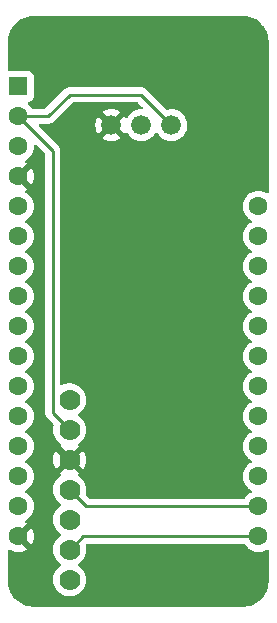
<source format=gbr>
%TF.GenerationSoftware,KiCad,Pcbnew,(6.0.0)*%
%TF.CreationDate,2022-01-23T09:20:33-05:00*%
%TF.ProjectId,Featherwing-bme680-als-PT19-breakout,46656174-6865-4727-9769-6e672d626d65,rev?*%
%TF.SameCoordinates,Original*%
%TF.FileFunction,Copper,L1,Top*%
%TF.FilePolarity,Positive*%
%FSLAX46Y46*%
G04 Gerber Fmt 4.6, Leading zero omitted, Abs format (unit mm)*
G04 Created by KiCad (PCBNEW (6.0.0)) date 2022-01-23 09:20:33*
%MOMM*%
%LPD*%
G01*
G04 APERTURE LIST*
%TA.AperFunction,ComponentPad*%
%ADD10C,1.778000*%
%TD*%
%TA.AperFunction,ComponentPad*%
%ADD11C,1.676400*%
%TD*%
%TA.AperFunction,ComponentPad*%
%ADD12R,1.600000X1.600000*%
%TD*%
%TA.AperFunction,ComponentPad*%
%ADD13C,1.600000*%
%TD*%
%TA.AperFunction,Conductor*%
%ADD14C,0.254000*%
%TD*%
G04 APERTURE END LIST*
D10*
%TO.P,J1,7,Pin_7*%
%TO.N,/CS*%
X132816600Y-131813300D03*
%TO.P,J1,6,Pin_6*%
%TO.N,/SDI{slash}SDA*%
X132816600Y-129273300D03*
%TO.P,J1,5,Pin_5*%
%TO.N,/SDO{slash}ADR*%
X132816600Y-126733300D03*
%TO.P,J1,4,Pin_4*%
%TO.N,/SCK{slash}SCL*%
X132816600Y-124193300D03*
%TO.P,J1,3,Pin_3*%
%TO.N,GND*%
X132816600Y-121653300D03*
%TO.P,J1,2,Pin_2*%
%TO.N,+3V3*%
X132816600Y-119113300D03*
%TO.P,J1,1,Pin_1*%
%TO.N,/VIN*%
X132816600Y-116573300D03*
%TD*%
D11*
%TO.P,J2,1,Pin_1*%
%TO.N,GND*%
X136347200Y-93319600D03*
%TO.P,J2,2,Pin_2*%
%TO.N,/OUT*%
X138887200Y-93319600D03*
%TO.P,J2,3,Pin_3*%
%TO.N,+3V3*%
X141427200Y-93319600D03*
%TD*%
D12*
%TO.P,A1,1,~{RESET}*%
%TO.N,/~RESET*%
X128473200Y-90043000D03*
D13*
%TO.P,A1,2,3V3*%
%TO.N,+3V3*%
X128473200Y-92583000D03*
%TO.P,A1,3,AREF*%
%TO.N,/AREF*%
X128473200Y-95123000D03*
%TO.P,A1,4,GND*%
%TO.N,GND*%
X128473200Y-97663000D03*
%TO.P,A1,5,DAC0/A0*%
%TO.N,/OUT*%
X128473200Y-100203000D03*
%TO.P,A1,6,A1*%
%TO.N,/A1*%
X128473200Y-102743000D03*
%TO.P,A1,7,A2*%
%TO.N,/A2*%
X128473200Y-105283000D03*
%TO.P,A1,8,A3*%
%TO.N,/A3*%
X128473200Y-107823000D03*
%TO.P,A1,9,A4*%
%TO.N,/A4*%
X128473200Y-110363000D03*
%TO.P,A1,10,A5*%
%TO.N,/A5*%
X128473200Y-112903000D03*
%TO.P,A1,11,SCK/D24*%
%TO.N,/SCK*%
X128473200Y-115443000D03*
%TO.P,A1,12,MOSI/D23*%
%TO.N,/MOSI*%
X128473200Y-117983000D03*
%TO.P,A1,13,MISO/D22*%
%TO.N,/MISO*%
X128473200Y-120523000D03*
%TO.P,A1,14,RX/D0*%
%TO.N,/RX{slash}D0*%
X128473200Y-123063000D03*
%TO.P,A1,15,TX/D1*%
%TO.N,/TX{slash}D1*%
X128473200Y-125603000D03*
%TO.P,A1,16,GND*%
%TO.N,GND*%
X128473200Y-128143000D03*
%TO.P,A1,17,SDA/D20*%
%TO.N,/SDI{slash}SDA*%
X148793200Y-128143000D03*
%TO.P,A1,18,SCL/D21*%
%TO.N,/SCK{slash}SCL*%
X148793200Y-125603000D03*
%TO.P,A1,19,D5*%
%TO.N,/D5*%
X148793200Y-123063000D03*
%TO.P,A1,20,D6*%
%TO.N,/D6*%
X148793200Y-120523000D03*
%TO.P,A1,21,D9*%
%TO.N,/D9*%
X148793200Y-117983000D03*
%TO.P,A1,22,D10*%
%TO.N,/D10*%
X148793200Y-115443000D03*
%TO.P,A1,23,D11*%
%TO.N,/D11*%
X148793200Y-112903000D03*
%TO.P,A1,24,D12*%
%TO.N,/D12*%
X148793200Y-110363000D03*
%TO.P,A1,25,D13*%
%TO.N,/D13*%
X148793200Y-107823000D03*
%TO.P,A1,26,USB*%
%TO.N,VBUS*%
X148793200Y-105283000D03*
%TO.P,A1,27,EN*%
%TO.N,/EN*%
X148793200Y-102743000D03*
%TO.P,A1,28,VBAT*%
%TO.N,+BATT*%
X148793200Y-100203000D03*
%TD*%
D14*
%TO.N,GND*%
X130276600Y-99466400D02*
X128473200Y-97663000D01*
X132816600Y-121653300D02*
X130327400Y-124142500D01*
X132816600Y-121653300D02*
X130276600Y-119113300D01*
X130276600Y-119113300D02*
X130276600Y-99466400D01*
X130327400Y-126288800D02*
X128473200Y-128143000D01*
X130327400Y-124142500D02*
X130327400Y-126288800D01*
%TO.N,+3V3*%
X131368800Y-95478600D02*
X128473200Y-92583000D01*
X132816600Y-90754200D02*
X130987800Y-92583000D01*
X132816600Y-119113300D02*
X131368800Y-117665500D01*
X138861800Y-90754200D02*
X132816600Y-90754200D01*
X130987800Y-92583000D02*
X128473200Y-92583000D01*
X131368800Y-117665500D02*
X131368800Y-95478600D01*
X141427200Y-93319600D02*
X138861800Y-90754200D01*
%TO.N,/SCK{slash}SCL*%
X132816600Y-124193300D02*
X134226300Y-125603000D01*
X134226300Y-125603000D02*
X148793200Y-125603000D01*
%TO.N,/SDI{slash}SDA*%
X133946900Y-128143000D02*
X148793200Y-128143000D01*
X132816600Y-129273300D02*
X133946900Y-128143000D01*
%TD*%
%TA.AperFunction,Conductor*%
%TO.N,GND*%
G36*
X147493257Y-84092500D02*
G01*
X147508058Y-84094805D01*
X147508061Y-84094805D01*
X147516930Y-84096186D01*
X147533199Y-84094059D01*
X147557767Y-84093266D01*
X147794544Y-84108785D01*
X147810885Y-84110936D01*
X148069494Y-84162377D01*
X148085413Y-84166643D01*
X148335083Y-84251394D01*
X148350311Y-84257701D01*
X148586796Y-84374323D01*
X148601069Y-84382564D01*
X148820302Y-84529050D01*
X148833377Y-84539083D01*
X149031621Y-84712938D01*
X149043262Y-84724579D01*
X149217117Y-84922823D01*
X149227150Y-84935898D01*
X149373636Y-85155131D01*
X149381877Y-85169404D01*
X149498499Y-85405889D01*
X149504806Y-85421117D01*
X149589557Y-85670787D01*
X149593823Y-85686706D01*
X149645264Y-85945315D01*
X149647415Y-85961657D01*
X149662464Y-86191269D01*
X149661439Y-86214304D01*
X149661396Y-86217854D01*
X149660014Y-86226730D01*
X149661838Y-86240678D01*
X149664136Y-86258251D01*
X149665200Y-86274589D01*
X149665200Y-98974154D01*
X149645198Y-99042275D01*
X149591542Y-99088768D01*
X149521268Y-99098872D01*
X149466930Y-99077367D01*
X149449949Y-99065477D01*
X149444967Y-99063154D01*
X149444962Y-99063151D01*
X149247425Y-98971039D01*
X149247424Y-98971039D01*
X149242443Y-98968716D01*
X149237135Y-98967294D01*
X149237133Y-98967293D01*
X149026602Y-98910881D01*
X149026600Y-98910881D01*
X149021287Y-98909457D01*
X148793200Y-98889502D01*
X148565113Y-98909457D01*
X148559800Y-98910881D01*
X148559798Y-98910881D01*
X148349267Y-98967293D01*
X148349265Y-98967294D01*
X148343957Y-98968716D01*
X148338976Y-98971039D01*
X148338975Y-98971039D01*
X148141438Y-99063151D01*
X148141433Y-99063154D01*
X148136451Y-99065477D01*
X148087069Y-99100055D01*
X147953411Y-99193643D01*
X147953408Y-99193645D01*
X147948900Y-99196802D01*
X147787002Y-99358700D01*
X147655677Y-99546251D01*
X147653354Y-99551233D01*
X147653351Y-99551238D01*
X147561239Y-99748775D01*
X147558916Y-99753757D01*
X147499657Y-99974913D01*
X147479702Y-100203000D01*
X147499657Y-100431087D01*
X147558916Y-100652243D01*
X147561239Y-100657224D01*
X147561239Y-100657225D01*
X147653351Y-100854762D01*
X147653354Y-100854767D01*
X147655677Y-100859749D01*
X147787002Y-101047300D01*
X147948900Y-101209198D01*
X147953408Y-101212355D01*
X147953411Y-101212357D01*
X148031589Y-101267098D01*
X148136451Y-101340523D01*
X148141433Y-101342846D01*
X148141438Y-101342849D01*
X148175657Y-101358805D01*
X148228942Y-101405722D01*
X148248403Y-101473999D01*
X148227861Y-101541959D01*
X148175657Y-101587195D01*
X148141438Y-101603151D01*
X148141433Y-101603154D01*
X148136451Y-101605477D01*
X148087069Y-101640055D01*
X147953411Y-101733643D01*
X147953408Y-101733645D01*
X147948900Y-101736802D01*
X147787002Y-101898700D01*
X147655677Y-102086251D01*
X147653354Y-102091233D01*
X147653351Y-102091238D01*
X147561239Y-102288775D01*
X147558916Y-102293757D01*
X147499657Y-102514913D01*
X147479702Y-102743000D01*
X147499657Y-102971087D01*
X147558916Y-103192243D01*
X147561239Y-103197224D01*
X147561239Y-103197225D01*
X147653351Y-103394762D01*
X147653354Y-103394767D01*
X147655677Y-103399749D01*
X147787002Y-103587300D01*
X147948900Y-103749198D01*
X147953408Y-103752355D01*
X147953411Y-103752357D01*
X148031589Y-103807098D01*
X148136451Y-103880523D01*
X148141433Y-103882846D01*
X148141438Y-103882849D01*
X148175657Y-103898805D01*
X148228942Y-103945722D01*
X148248403Y-104013999D01*
X148227861Y-104081959D01*
X148175657Y-104127195D01*
X148141438Y-104143151D01*
X148141433Y-104143154D01*
X148136451Y-104145477D01*
X148087069Y-104180055D01*
X147953411Y-104273643D01*
X147953408Y-104273645D01*
X147948900Y-104276802D01*
X147787002Y-104438700D01*
X147655677Y-104626251D01*
X147653354Y-104631233D01*
X147653351Y-104631238D01*
X147561239Y-104828775D01*
X147558916Y-104833757D01*
X147499657Y-105054913D01*
X147479702Y-105283000D01*
X147499657Y-105511087D01*
X147558916Y-105732243D01*
X147561239Y-105737224D01*
X147561239Y-105737225D01*
X147653351Y-105934762D01*
X147653354Y-105934767D01*
X147655677Y-105939749D01*
X147787002Y-106127300D01*
X147948900Y-106289198D01*
X147953408Y-106292355D01*
X147953411Y-106292357D01*
X148031589Y-106347098D01*
X148136451Y-106420523D01*
X148141433Y-106422846D01*
X148141438Y-106422849D01*
X148175657Y-106438805D01*
X148228942Y-106485722D01*
X148248403Y-106553999D01*
X148227861Y-106621959D01*
X148175657Y-106667195D01*
X148141438Y-106683151D01*
X148141433Y-106683154D01*
X148136451Y-106685477D01*
X148087069Y-106720055D01*
X147953411Y-106813643D01*
X147953408Y-106813645D01*
X147948900Y-106816802D01*
X147787002Y-106978700D01*
X147655677Y-107166251D01*
X147653354Y-107171233D01*
X147653351Y-107171238D01*
X147561239Y-107368775D01*
X147558916Y-107373757D01*
X147499657Y-107594913D01*
X147479702Y-107823000D01*
X147499657Y-108051087D01*
X147558916Y-108272243D01*
X147561239Y-108277224D01*
X147561239Y-108277225D01*
X147653351Y-108474762D01*
X147653354Y-108474767D01*
X147655677Y-108479749D01*
X147787002Y-108667300D01*
X147948900Y-108829198D01*
X147953408Y-108832355D01*
X147953411Y-108832357D01*
X148031589Y-108887098D01*
X148136451Y-108960523D01*
X148141433Y-108962846D01*
X148141438Y-108962849D01*
X148175657Y-108978805D01*
X148228942Y-109025722D01*
X148248403Y-109093999D01*
X148227861Y-109161959D01*
X148175657Y-109207195D01*
X148141438Y-109223151D01*
X148141433Y-109223154D01*
X148136451Y-109225477D01*
X148087069Y-109260055D01*
X147953411Y-109353643D01*
X147953408Y-109353645D01*
X147948900Y-109356802D01*
X147787002Y-109518700D01*
X147655677Y-109706251D01*
X147653354Y-109711233D01*
X147653351Y-109711238D01*
X147561239Y-109908775D01*
X147558916Y-109913757D01*
X147499657Y-110134913D01*
X147479702Y-110363000D01*
X147499657Y-110591087D01*
X147558916Y-110812243D01*
X147561239Y-110817224D01*
X147561239Y-110817225D01*
X147653351Y-111014762D01*
X147653354Y-111014767D01*
X147655677Y-111019749D01*
X147787002Y-111207300D01*
X147948900Y-111369198D01*
X147953408Y-111372355D01*
X147953411Y-111372357D01*
X148031589Y-111427098D01*
X148136451Y-111500523D01*
X148141433Y-111502846D01*
X148141438Y-111502849D01*
X148175657Y-111518805D01*
X148228942Y-111565722D01*
X148248403Y-111633999D01*
X148227861Y-111701959D01*
X148175657Y-111747195D01*
X148141438Y-111763151D01*
X148141433Y-111763154D01*
X148136451Y-111765477D01*
X148087069Y-111800055D01*
X147953411Y-111893643D01*
X147953408Y-111893645D01*
X147948900Y-111896802D01*
X147787002Y-112058700D01*
X147655677Y-112246251D01*
X147653354Y-112251233D01*
X147653351Y-112251238D01*
X147561239Y-112448775D01*
X147558916Y-112453757D01*
X147499657Y-112674913D01*
X147479702Y-112903000D01*
X147499657Y-113131087D01*
X147558916Y-113352243D01*
X147561239Y-113357224D01*
X147561239Y-113357225D01*
X147653351Y-113554762D01*
X147653354Y-113554767D01*
X147655677Y-113559749D01*
X147787002Y-113747300D01*
X147948900Y-113909198D01*
X147953408Y-113912355D01*
X147953411Y-113912357D01*
X148031589Y-113967098D01*
X148136451Y-114040523D01*
X148141433Y-114042846D01*
X148141438Y-114042849D01*
X148175657Y-114058805D01*
X148228942Y-114105722D01*
X148248403Y-114173999D01*
X148227861Y-114241959D01*
X148175657Y-114287195D01*
X148141438Y-114303151D01*
X148141433Y-114303154D01*
X148136451Y-114305477D01*
X148087069Y-114340055D01*
X147953411Y-114433643D01*
X147953408Y-114433645D01*
X147948900Y-114436802D01*
X147787002Y-114598700D01*
X147655677Y-114786251D01*
X147653354Y-114791233D01*
X147653351Y-114791238D01*
X147561239Y-114988775D01*
X147558916Y-114993757D01*
X147557494Y-114999065D01*
X147557493Y-114999067D01*
X147501081Y-115209598D01*
X147499657Y-115214913D01*
X147479702Y-115443000D01*
X147499657Y-115671087D01*
X147558916Y-115892243D01*
X147561239Y-115897224D01*
X147561239Y-115897225D01*
X147653351Y-116094762D01*
X147653354Y-116094767D01*
X147655677Y-116099749D01*
X147787002Y-116287300D01*
X147948900Y-116449198D01*
X147953408Y-116452355D01*
X147953411Y-116452357D01*
X148031589Y-116507098D01*
X148136451Y-116580523D01*
X148141433Y-116582846D01*
X148141438Y-116582849D01*
X148175657Y-116598805D01*
X148228942Y-116645722D01*
X148248403Y-116713999D01*
X148227861Y-116781959D01*
X148175657Y-116827195D01*
X148141438Y-116843151D01*
X148141433Y-116843154D01*
X148136451Y-116845477D01*
X148087069Y-116880055D01*
X147953411Y-116973643D01*
X147953408Y-116973645D01*
X147948900Y-116976802D01*
X147787002Y-117138700D01*
X147655677Y-117326251D01*
X147653354Y-117331233D01*
X147653351Y-117331238D01*
X147561239Y-117528775D01*
X147558916Y-117533757D01*
X147557494Y-117539065D01*
X147557493Y-117539067D01*
X147504032Y-117738585D01*
X147499657Y-117754913D01*
X147479702Y-117983000D01*
X147499657Y-118211087D01*
X147558916Y-118432243D01*
X147561239Y-118437224D01*
X147561239Y-118437225D01*
X147653351Y-118634762D01*
X147653354Y-118634767D01*
X147655677Y-118639749D01*
X147787002Y-118827300D01*
X147948900Y-118989198D01*
X147953408Y-118992355D01*
X147953411Y-118992357D01*
X148031589Y-119047098D01*
X148136451Y-119120523D01*
X148141433Y-119122846D01*
X148141438Y-119122849D01*
X148175657Y-119138805D01*
X148228942Y-119185722D01*
X148248403Y-119253999D01*
X148227861Y-119321959D01*
X148175657Y-119367195D01*
X148141438Y-119383151D01*
X148141433Y-119383154D01*
X148136451Y-119385477D01*
X148087069Y-119420055D01*
X147953411Y-119513643D01*
X147953408Y-119513645D01*
X147948900Y-119516802D01*
X147787002Y-119678700D01*
X147655677Y-119866251D01*
X147653354Y-119871233D01*
X147653351Y-119871238D01*
X147561239Y-120068775D01*
X147558916Y-120073757D01*
X147557494Y-120079065D01*
X147557493Y-120079067D01*
X147508479Y-120261989D01*
X147499657Y-120294913D01*
X147479702Y-120523000D01*
X147499657Y-120751087D01*
X147558916Y-120972243D01*
X147561239Y-120977224D01*
X147561239Y-120977225D01*
X147653351Y-121174762D01*
X147653354Y-121174767D01*
X147655677Y-121179749D01*
X147787002Y-121367300D01*
X147948900Y-121529198D01*
X147953408Y-121532355D01*
X147953411Y-121532357D01*
X148031589Y-121587098D01*
X148136451Y-121660523D01*
X148141433Y-121662846D01*
X148141438Y-121662849D01*
X148175657Y-121678805D01*
X148228942Y-121725722D01*
X148248403Y-121793999D01*
X148227861Y-121861959D01*
X148175657Y-121907195D01*
X148141438Y-121923151D01*
X148141433Y-121923154D01*
X148136451Y-121925477D01*
X148087069Y-121960055D01*
X147953411Y-122053643D01*
X147953408Y-122053645D01*
X147948900Y-122056802D01*
X147787002Y-122218700D01*
X147655677Y-122406251D01*
X147653354Y-122411233D01*
X147653351Y-122411238D01*
X147644555Y-122430102D01*
X147558916Y-122613757D01*
X147557494Y-122619065D01*
X147557493Y-122619067D01*
X147501081Y-122829598D01*
X147499657Y-122834913D01*
X147479702Y-123063000D01*
X147499657Y-123291087D01*
X147501081Y-123296400D01*
X147501081Y-123296402D01*
X147557068Y-123505345D01*
X147558916Y-123512243D01*
X147561239Y-123517224D01*
X147561239Y-123517225D01*
X147653351Y-123714762D01*
X147653354Y-123714767D01*
X147655677Y-123719749D01*
X147787002Y-123907300D01*
X147948900Y-124069198D01*
X147953408Y-124072355D01*
X147953411Y-124072357D01*
X148031589Y-124127098D01*
X148136451Y-124200523D01*
X148141433Y-124202846D01*
X148141438Y-124202849D01*
X148175657Y-124218805D01*
X148228942Y-124265722D01*
X148248403Y-124333999D01*
X148227861Y-124401959D01*
X148175657Y-124447195D01*
X148141438Y-124463151D01*
X148141433Y-124463154D01*
X148136451Y-124465477D01*
X148087069Y-124500055D01*
X147953411Y-124593643D01*
X147953408Y-124593645D01*
X147948900Y-124596802D01*
X147787002Y-124758700D01*
X147783845Y-124763208D01*
X147783843Y-124763211D01*
X147678420Y-124913771D01*
X147622963Y-124958099D01*
X147575207Y-124967500D01*
X134541722Y-124967500D01*
X134473601Y-124947498D01*
X134452627Y-124930595D01*
X134199741Y-124677709D01*
X134165715Y-124615397D01*
X134168278Y-124551987D01*
X134187221Y-124489639D01*
X134217216Y-124261802D01*
X134217871Y-124234998D01*
X134218808Y-124196665D01*
X134218808Y-124196661D01*
X134218890Y-124193300D01*
X134208687Y-124069198D01*
X134200484Y-123969421D01*
X134200483Y-123969415D01*
X134200060Y-123964270D01*
X134144077Y-123741390D01*
X134052443Y-123530647D01*
X134037102Y-123506933D01*
X133930430Y-123342043D01*
X133930428Y-123342040D01*
X133927620Y-123337700D01*
X133885206Y-123291087D01*
X133776437Y-123171552D01*
X133776435Y-123171551D01*
X133772959Y-123167730D01*
X133768908Y-123164531D01*
X133768904Y-123164527D01*
X133596672Y-123028507D01*
X133592615Y-123025303D01*
X133591824Y-123024867D01*
X133546951Y-122971461D01*
X133537916Y-122901042D01*
X133568388Y-122836917D01*
X133589179Y-122818288D01*
X133593810Y-122814985D01*
X133602209Y-122804287D01*
X133595222Y-122791133D01*
X132829411Y-122025321D01*
X132815468Y-122017708D01*
X132813634Y-122017839D01*
X132807020Y-122022090D01*
X132034821Y-122794290D01*
X132028064Y-122806665D01*
X132033345Y-122813720D01*
X132034384Y-122814327D01*
X132083108Y-122865965D01*
X132096179Y-122935748D01*
X132069448Y-123001520D01*
X132046467Y-123023875D01*
X131987066Y-123068475D01*
X131885583Y-123144670D01*
X131882011Y-123148408D01*
X131740585Y-123296402D01*
X131726816Y-123310810D01*
X131597316Y-123500650D01*
X131500561Y-123709092D01*
X131439148Y-123930537D01*
X131414729Y-124159039D01*
X131427957Y-124388461D01*
X131429092Y-124393498D01*
X131429093Y-124393504D01*
X131477341Y-124607597D01*
X131478478Y-124612642D01*
X131564936Y-124825561D01*
X131685008Y-125021500D01*
X131835469Y-125195198D01*
X132012279Y-125341989D01*
X132016743Y-125344597D01*
X132016745Y-125344599D01*
X132033952Y-125354654D01*
X132082675Y-125406294D01*
X132095745Y-125476077D01*
X132069012Y-125541848D01*
X132046033Y-125564201D01*
X131987066Y-125608475D01*
X131885583Y-125684670D01*
X131882011Y-125688408D01*
X131740585Y-125836402D01*
X131726816Y-125850810D01*
X131597316Y-126040650D01*
X131595137Y-126045345D01*
X131503280Y-126243235D01*
X131500561Y-126249092D01*
X131439148Y-126470537D01*
X131414729Y-126699039D01*
X131427957Y-126928461D01*
X131429092Y-126933498D01*
X131429093Y-126933504D01*
X131477341Y-127147597D01*
X131478478Y-127152642D01*
X131564936Y-127365561D01*
X131685008Y-127561500D01*
X131835469Y-127735198D01*
X132012279Y-127881989D01*
X132016743Y-127884597D01*
X132016745Y-127884599D01*
X132033952Y-127894654D01*
X132082675Y-127946294D01*
X132095745Y-128016077D01*
X132069012Y-128081848D01*
X132046033Y-128104201D01*
X131987066Y-128148475D01*
X131885583Y-128224670D01*
X131882011Y-128228408D01*
X131740671Y-128376312D01*
X131726816Y-128390810D01*
X131597316Y-128580650D01*
X131589702Y-128597053D01*
X131505478Y-128778500D01*
X131500561Y-128789092D01*
X131439148Y-129010537D01*
X131414729Y-129239039D01*
X131427957Y-129468461D01*
X131478478Y-129692642D01*
X131564936Y-129905561D01*
X131685008Y-130101500D01*
X131835469Y-130275198D01*
X132012279Y-130421989D01*
X132016743Y-130424597D01*
X132016745Y-130424599D01*
X132033952Y-130434654D01*
X132082675Y-130486294D01*
X132095745Y-130556077D01*
X132069012Y-130621848D01*
X132046033Y-130644201D01*
X132043491Y-130646110D01*
X131885583Y-130764670D01*
X131726816Y-130930810D01*
X131597316Y-131120650D01*
X131500561Y-131329092D01*
X131439148Y-131550537D01*
X131414729Y-131779039D01*
X131427957Y-132008461D01*
X131478478Y-132232642D01*
X131564936Y-132445561D01*
X131567633Y-132449962D01*
X131567634Y-132449964D01*
X131682311Y-132637099D01*
X131685008Y-132641500D01*
X131835469Y-132815198D01*
X132012279Y-132961989D01*
X132210690Y-133077931D01*
X132215510Y-133079771D01*
X132215515Y-133079774D01*
X132321896Y-133120396D01*
X132425374Y-133159910D01*
X132430442Y-133160941D01*
X132430445Y-133160942D01*
X132541134Y-133183462D01*
X132650563Y-133205726D01*
X132655736Y-133205916D01*
X132655739Y-133205916D01*
X132875048Y-133213957D01*
X132875052Y-133213957D01*
X132880212Y-133214146D01*
X132885332Y-133213490D01*
X132885334Y-133213490D01*
X133103025Y-133185604D01*
X133103028Y-133185603D01*
X133108152Y-133184947D01*
X133328263Y-133118910D01*
X133534633Y-133017811D01*
X133721719Y-132884364D01*
X133884498Y-132722152D01*
X134018597Y-132535533D01*
X134036508Y-132499294D01*
X134118122Y-132334158D01*
X134120416Y-132329517D01*
X134147406Y-132240684D01*
X134185717Y-132114591D01*
X134185718Y-132114585D01*
X134187221Y-132109639D01*
X134204918Y-131975218D01*
X134216779Y-131885123D01*
X134216779Y-131885119D01*
X134217216Y-131881802D01*
X134218890Y-131813300D01*
X134212658Y-131737494D01*
X134200484Y-131589421D01*
X134200483Y-131589415D01*
X134200060Y-131584270D01*
X134144077Y-131361390D01*
X134052443Y-131150647D01*
X134049637Y-131146309D01*
X133930430Y-130962043D01*
X133930428Y-130962040D01*
X133927620Y-130957700D01*
X133772959Y-130787730D01*
X133768908Y-130784531D01*
X133768904Y-130784527D01*
X133596669Y-130648504D01*
X133596664Y-130648501D01*
X133592615Y-130645303D01*
X133592190Y-130645068D01*
X133547396Y-130591752D01*
X133538366Y-130521332D01*
X133568840Y-130457208D01*
X133589626Y-130438585D01*
X133717516Y-130347362D01*
X133721719Y-130344364D01*
X133884498Y-130182152D01*
X134018597Y-129995533D01*
X134120416Y-129789517D01*
X134136339Y-129737108D01*
X134185717Y-129574591D01*
X134185718Y-129574585D01*
X134187221Y-129569639D01*
X134204996Y-129434625D01*
X134216779Y-129345123D01*
X134216779Y-129345119D01*
X134217216Y-129341802D01*
X134217871Y-129314998D01*
X134218808Y-129276665D01*
X134218808Y-129276661D01*
X134218890Y-129273300D01*
X134208687Y-129149198D01*
X134200484Y-129049421D01*
X134200483Y-129049415D01*
X134200060Y-129044270D01*
X134172663Y-128935195D01*
X134175468Y-128864254D01*
X134216181Y-128806090D01*
X134281876Y-128779171D01*
X134294867Y-128778500D01*
X147575207Y-128778500D01*
X147643328Y-128798502D01*
X147678420Y-128832229D01*
X147750518Y-128935195D01*
X147787002Y-128987300D01*
X147948900Y-129149198D01*
X147953408Y-129152355D01*
X147953411Y-129152357D01*
X148031589Y-129207098D01*
X148136451Y-129280523D01*
X148141433Y-129282846D01*
X148141438Y-129282849D01*
X148330987Y-129371236D01*
X148343957Y-129377284D01*
X148349265Y-129378706D01*
X148349267Y-129378707D01*
X148559798Y-129435119D01*
X148559800Y-129435119D01*
X148565113Y-129436543D01*
X148793200Y-129456498D01*
X149021287Y-129436543D01*
X149026600Y-129435119D01*
X149026602Y-129435119D01*
X149237133Y-129378707D01*
X149237135Y-129378706D01*
X149242443Y-129377284D01*
X149255413Y-129371236D01*
X149444962Y-129282849D01*
X149444967Y-129282846D01*
X149449949Y-129280523D01*
X149466929Y-129268633D01*
X149534201Y-129245945D01*
X149603062Y-129263229D01*
X149651647Y-129314998D01*
X149665200Y-129371846D01*
X149665200Y-131903672D01*
X149663700Y-131923056D01*
X149660014Y-131946730D01*
X149662141Y-131962999D01*
X149662934Y-131987567D01*
X149647415Y-132224344D01*
X149645264Y-132240685D01*
X149593823Y-132499294D01*
X149589557Y-132515213D01*
X149504806Y-132764883D01*
X149498499Y-132780111D01*
X149381877Y-133016596D01*
X149373636Y-133030869D01*
X149227150Y-133250102D01*
X149217117Y-133263177D01*
X149043262Y-133461421D01*
X149031621Y-133473062D01*
X148833377Y-133646917D01*
X148820302Y-133656950D01*
X148601069Y-133803436D01*
X148586796Y-133811677D01*
X148350311Y-133928299D01*
X148335083Y-133934606D01*
X148085413Y-134019357D01*
X148069494Y-134023623D01*
X147810885Y-134075064D01*
X147794543Y-134077215D01*
X147564931Y-134092264D01*
X147541896Y-134091239D01*
X147538346Y-134091196D01*
X147529470Y-134089814D01*
X147500962Y-134093542D01*
X147497949Y-134093936D01*
X147481611Y-134095000D01*
X129792528Y-134095000D01*
X129773143Y-134093500D01*
X129758342Y-134091195D01*
X129758339Y-134091195D01*
X129749470Y-134089814D01*
X129733201Y-134091941D01*
X129708633Y-134092734D01*
X129471856Y-134077215D01*
X129455515Y-134075064D01*
X129196906Y-134023623D01*
X129180987Y-134019357D01*
X128931317Y-133934606D01*
X128916089Y-133928299D01*
X128679604Y-133811677D01*
X128665331Y-133803436D01*
X128446098Y-133656950D01*
X128433023Y-133646917D01*
X128234779Y-133473062D01*
X128223138Y-133461421D01*
X128049283Y-133263177D01*
X128039250Y-133250102D01*
X127892764Y-133030869D01*
X127884523Y-133016596D01*
X127767901Y-132780111D01*
X127761594Y-132764883D01*
X127676843Y-132515213D01*
X127672577Y-132499294D01*
X127621136Y-132240684D01*
X127618985Y-132224343D01*
X127604174Y-131998376D01*
X127605347Y-131975218D01*
X127605029Y-131975189D01*
X127605464Y-131970333D01*
X127606271Y-131965539D01*
X127606424Y-131953000D01*
X127602473Y-131925412D01*
X127601200Y-131907549D01*
X127601200Y-129371236D01*
X127621202Y-129303115D01*
X127674858Y-129256622D01*
X127745132Y-129246518D01*
X127799470Y-129268022D01*
X127812195Y-129276932D01*
X127821689Y-129282414D01*
X128019147Y-129374490D01*
X128029439Y-129378236D01*
X128239888Y-129434625D01*
X128250681Y-129436528D01*
X128467725Y-129455517D01*
X128478675Y-129455517D01*
X128695719Y-129436528D01*
X128706512Y-129434625D01*
X128916961Y-129378236D01*
X128927253Y-129374490D01*
X129124711Y-129282414D01*
X129134206Y-129276931D01*
X129186248Y-129240491D01*
X129194624Y-129230012D01*
X129187556Y-129216566D01*
X128203085Y-128232095D01*
X128169059Y-128169783D01*
X128170894Y-128144132D01*
X128837608Y-128144132D01*
X128837739Y-128145965D01*
X128841990Y-128152580D01*
X129547487Y-128858077D01*
X129559262Y-128864507D01*
X129571277Y-128855211D01*
X129607131Y-128804006D01*
X129612614Y-128794511D01*
X129704690Y-128597053D01*
X129708436Y-128586761D01*
X129764825Y-128376312D01*
X129766728Y-128365519D01*
X129785717Y-128148475D01*
X129785717Y-128137525D01*
X129766728Y-127920481D01*
X129764825Y-127909688D01*
X129708436Y-127699239D01*
X129704690Y-127688947D01*
X129612614Y-127491489D01*
X129607131Y-127481994D01*
X129570691Y-127429952D01*
X129560212Y-127421576D01*
X129546766Y-127428644D01*
X128845222Y-128130188D01*
X128837608Y-128144132D01*
X128170894Y-128144132D01*
X128174124Y-128098968D01*
X128203085Y-128053905D01*
X129188277Y-127068713D01*
X129194707Y-127056938D01*
X129185411Y-127044923D01*
X129134206Y-127009069D01*
X129124711Y-127003586D01*
X129090151Y-126987471D01*
X129036866Y-126940554D01*
X129017405Y-126872277D01*
X129037947Y-126804317D01*
X129090151Y-126759081D01*
X129124962Y-126742849D01*
X129124967Y-126742846D01*
X129129949Y-126740523D01*
X129234811Y-126667098D01*
X129312989Y-126612357D01*
X129312992Y-126612355D01*
X129317500Y-126609198D01*
X129479398Y-126447300D01*
X129515883Y-126395195D01*
X129587980Y-126292229D01*
X129610723Y-126259749D01*
X129613046Y-126254767D01*
X129613049Y-126254762D01*
X129705161Y-126057225D01*
X129705161Y-126057224D01*
X129707484Y-126052243D01*
X129709333Y-126045345D01*
X129765319Y-125836402D01*
X129765319Y-125836400D01*
X129766743Y-125831087D01*
X129786698Y-125603000D01*
X129766743Y-125374913D01*
X129757921Y-125341989D01*
X129708907Y-125159067D01*
X129708906Y-125159065D01*
X129707484Y-125153757D01*
X129616248Y-124958099D01*
X129613049Y-124951238D01*
X129613046Y-124951233D01*
X129610723Y-124946251D01*
X129479398Y-124758700D01*
X129317500Y-124596802D01*
X129312992Y-124593645D01*
X129312989Y-124593643D01*
X129179331Y-124500055D01*
X129129949Y-124465477D01*
X129124967Y-124463154D01*
X129124962Y-124463151D01*
X129090743Y-124447195D01*
X129037458Y-124400278D01*
X129017997Y-124332001D01*
X129038539Y-124264041D01*
X129090743Y-124218805D01*
X129124962Y-124202849D01*
X129124967Y-124202846D01*
X129129949Y-124200523D01*
X129234811Y-124127098D01*
X129312989Y-124072357D01*
X129312992Y-124072355D01*
X129317500Y-124069198D01*
X129479398Y-123907300D01*
X129610723Y-123719749D01*
X129613046Y-123714767D01*
X129613049Y-123714762D01*
X129705161Y-123517225D01*
X129705161Y-123517224D01*
X129707484Y-123512243D01*
X129709333Y-123505345D01*
X129765319Y-123296402D01*
X129765319Y-123296400D01*
X129766743Y-123291087D01*
X129786698Y-123063000D01*
X129766743Y-122834913D01*
X129765319Y-122829598D01*
X129708907Y-122619067D01*
X129708906Y-122619065D01*
X129707484Y-122613757D01*
X129621845Y-122430102D01*
X129613049Y-122411238D01*
X129613046Y-122411233D01*
X129610723Y-122406251D01*
X129479398Y-122218700D01*
X129317500Y-122056802D01*
X129312992Y-122053645D01*
X129312989Y-122053643D01*
X129179331Y-121960055D01*
X129129949Y-121925477D01*
X129124967Y-121923154D01*
X129124962Y-121923151D01*
X129090743Y-121907195D01*
X129037458Y-121860278D01*
X129017997Y-121792001D01*
X129038539Y-121724041D01*
X129090743Y-121678805D01*
X129124962Y-121662849D01*
X129124967Y-121662846D01*
X129129949Y-121660523D01*
X129181814Y-121624207D01*
X131415527Y-121624207D01*
X131428157Y-121843232D01*
X131429590Y-121853434D01*
X131477819Y-122067443D01*
X131480902Y-122077283D01*
X131563437Y-122280540D01*
X131568090Y-122289751D01*
X131654698Y-122431080D01*
X131665155Y-122440541D01*
X131673931Y-122436758D01*
X132444579Y-121666111D01*
X132450956Y-121654432D01*
X133181008Y-121654432D01*
X133181139Y-121656266D01*
X133185390Y-121662880D01*
X133955025Y-122432514D01*
X133967031Y-122439070D01*
X133978770Y-122430102D01*
X134015149Y-122379474D01*
X134020460Y-122370635D01*
X134117656Y-122173975D01*
X134121454Y-122164382D01*
X134185228Y-121954477D01*
X134187405Y-121944407D01*
X134216277Y-121725099D01*
X134216796Y-121718424D01*
X134218306Y-121656664D01*
X134218112Y-121649946D01*
X134199989Y-121429503D01*
X134198306Y-121419341D01*
X134144861Y-121206563D01*
X134141543Y-121196816D01*
X134054062Y-120995623D01*
X134049195Y-120986546D01*
X133977868Y-120876293D01*
X133967182Y-120867091D01*
X133957617Y-120871494D01*
X133188621Y-121640489D01*
X133181008Y-121654432D01*
X132450956Y-121654432D01*
X132452192Y-121652168D01*
X132452061Y-121650334D01*
X132447810Y-121643720D01*
X131678378Y-120874289D01*
X131666846Y-120867992D01*
X131654564Y-120877615D01*
X131600664Y-120956629D01*
X131595576Y-120965585D01*
X131503211Y-121164570D01*
X131499648Y-121174257D01*
X131441024Y-121385647D01*
X131439093Y-121395768D01*
X131415778Y-121613919D01*
X131415527Y-121624207D01*
X129181814Y-121624207D01*
X129234811Y-121587098D01*
X129312989Y-121532357D01*
X129312992Y-121532355D01*
X129317500Y-121529198D01*
X129479398Y-121367300D01*
X129610723Y-121179749D01*
X129613046Y-121174767D01*
X129613049Y-121174762D01*
X129705161Y-120977225D01*
X129705161Y-120977224D01*
X129707484Y-120972243D01*
X129766743Y-120751087D01*
X129786698Y-120523000D01*
X129766743Y-120294913D01*
X129757921Y-120261989D01*
X129708907Y-120079067D01*
X129708906Y-120079065D01*
X129707484Y-120073757D01*
X129705161Y-120068775D01*
X129613049Y-119871238D01*
X129613046Y-119871233D01*
X129610723Y-119866251D01*
X129479398Y-119678700D01*
X129317500Y-119516802D01*
X129312992Y-119513645D01*
X129312989Y-119513643D01*
X129179331Y-119420055D01*
X129129949Y-119385477D01*
X129124967Y-119383154D01*
X129124962Y-119383151D01*
X129090743Y-119367195D01*
X129037458Y-119320278D01*
X129017997Y-119252001D01*
X129038539Y-119184041D01*
X129090743Y-119138805D01*
X129124962Y-119122849D01*
X129124967Y-119122846D01*
X129129949Y-119120523D01*
X129234811Y-119047098D01*
X129312989Y-118992357D01*
X129312992Y-118992355D01*
X129317500Y-118989198D01*
X129479398Y-118827300D01*
X129610723Y-118639749D01*
X129613046Y-118634767D01*
X129613049Y-118634762D01*
X129705161Y-118437225D01*
X129705161Y-118437224D01*
X129707484Y-118432243D01*
X129766743Y-118211087D01*
X129786698Y-117983000D01*
X129766743Y-117754913D01*
X129762368Y-117738585D01*
X129708907Y-117539067D01*
X129708906Y-117539065D01*
X129707484Y-117533757D01*
X129705161Y-117528775D01*
X129613049Y-117331238D01*
X129613046Y-117331233D01*
X129610723Y-117326251D01*
X129479398Y-117138700D01*
X129317500Y-116976802D01*
X129312992Y-116973645D01*
X129312989Y-116973643D01*
X129179331Y-116880055D01*
X129129949Y-116845477D01*
X129124967Y-116843154D01*
X129124962Y-116843151D01*
X129090743Y-116827195D01*
X129037458Y-116780278D01*
X129017997Y-116712001D01*
X129038539Y-116644041D01*
X129090743Y-116598805D01*
X129124962Y-116582849D01*
X129124967Y-116582846D01*
X129129949Y-116580523D01*
X129234811Y-116507098D01*
X129312989Y-116452357D01*
X129312992Y-116452355D01*
X129317500Y-116449198D01*
X129479398Y-116287300D01*
X129610723Y-116099749D01*
X129613046Y-116094767D01*
X129613049Y-116094762D01*
X129705161Y-115897225D01*
X129705161Y-115897224D01*
X129707484Y-115892243D01*
X129766743Y-115671087D01*
X129786698Y-115443000D01*
X129766743Y-115214913D01*
X129765319Y-115209598D01*
X129708907Y-114999067D01*
X129708906Y-114999065D01*
X129707484Y-114993757D01*
X129705161Y-114988775D01*
X129613049Y-114791238D01*
X129613046Y-114791233D01*
X129610723Y-114786251D01*
X129479398Y-114598700D01*
X129317500Y-114436802D01*
X129312992Y-114433645D01*
X129312989Y-114433643D01*
X129179331Y-114340055D01*
X129129949Y-114305477D01*
X129124967Y-114303154D01*
X129124962Y-114303151D01*
X129090743Y-114287195D01*
X129037458Y-114240278D01*
X129017997Y-114172001D01*
X129038539Y-114104041D01*
X129090743Y-114058805D01*
X129124962Y-114042849D01*
X129124967Y-114042846D01*
X129129949Y-114040523D01*
X129234811Y-113967098D01*
X129312989Y-113912357D01*
X129312992Y-113912355D01*
X129317500Y-113909198D01*
X129479398Y-113747300D01*
X129610723Y-113559749D01*
X129613046Y-113554767D01*
X129613049Y-113554762D01*
X129705161Y-113357225D01*
X129705161Y-113357224D01*
X129707484Y-113352243D01*
X129766743Y-113131087D01*
X129786698Y-112903000D01*
X129766743Y-112674913D01*
X129707484Y-112453757D01*
X129705161Y-112448775D01*
X129613049Y-112251238D01*
X129613046Y-112251233D01*
X129610723Y-112246251D01*
X129479398Y-112058700D01*
X129317500Y-111896802D01*
X129312992Y-111893645D01*
X129312989Y-111893643D01*
X129179331Y-111800055D01*
X129129949Y-111765477D01*
X129124967Y-111763154D01*
X129124962Y-111763151D01*
X129090743Y-111747195D01*
X129037458Y-111700278D01*
X129017997Y-111632001D01*
X129038539Y-111564041D01*
X129090743Y-111518805D01*
X129124962Y-111502849D01*
X129124967Y-111502846D01*
X129129949Y-111500523D01*
X129234811Y-111427098D01*
X129312989Y-111372357D01*
X129312992Y-111372355D01*
X129317500Y-111369198D01*
X129479398Y-111207300D01*
X129610723Y-111019749D01*
X129613046Y-111014767D01*
X129613049Y-111014762D01*
X129705161Y-110817225D01*
X129705161Y-110817224D01*
X129707484Y-110812243D01*
X129766743Y-110591087D01*
X129786698Y-110363000D01*
X129766743Y-110134913D01*
X129707484Y-109913757D01*
X129705161Y-109908775D01*
X129613049Y-109711238D01*
X129613046Y-109711233D01*
X129610723Y-109706251D01*
X129479398Y-109518700D01*
X129317500Y-109356802D01*
X129312992Y-109353645D01*
X129312989Y-109353643D01*
X129179331Y-109260055D01*
X129129949Y-109225477D01*
X129124967Y-109223154D01*
X129124962Y-109223151D01*
X129090743Y-109207195D01*
X129037458Y-109160278D01*
X129017997Y-109092001D01*
X129038539Y-109024041D01*
X129090743Y-108978805D01*
X129124962Y-108962849D01*
X129124967Y-108962846D01*
X129129949Y-108960523D01*
X129234811Y-108887098D01*
X129312989Y-108832357D01*
X129312992Y-108832355D01*
X129317500Y-108829198D01*
X129479398Y-108667300D01*
X129610723Y-108479749D01*
X129613046Y-108474767D01*
X129613049Y-108474762D01*
X129705161Y-108277225D01*
X129705161Y-108277224D01*
X129707484Y-108272243D01*
X129766743Y-108051087D01*
X129786698Y-107823000D01*
X129766743Y-107594913D01*
X129707484Y-107373757D01*
X129705161Y-107368775D01*
X129613049Y-107171238D01*
X129613046Y-107171233D01*
X129610723Y-107166251D01*
X129479398Y-106978700D01*
X129317500Y-106816802D01*
X129312992Y-106813645D01*
X129312989Y-106813643D01*
X129179331Y-106720055D01*
X129129949Y-106685477D01*
X129124967Y-106683154D01*
X129124962Y-106683151D01*
X129090743Y-106667195D01*
X129037458Y-106620278D01*
X129017997Y-106552001D01*
X129038539Y-106484041D01*
X129090743Y-106438805D01*
X129124962Y-106422849D01*
X129124967Y-106422846D01*
X129129949Y-106420523D01*
X129234811Y-106347098D01*
X129312989Y-106292357D01*
X129312992Y-106292355D01*
X129317500Y-106289198D01*
X129479398Y-106127300D01*
X129610723Y-105939749D01*
X129613046Y-105934767D01*
X129613049Y-105934762D01*
X129705161Y-105737225D01*
X129705161Y-105737224D01*
X129707484Y-105732243D01*
X129766743Y-105511087D01*
X129786698Y-105283000D01*
X129766743Y-105054913D01*
X129707484Y-104833757D01*
X129705161Y-104828775D01*
X129613049Y-104631238D01*
X129613046Y-104631233D01*
X129610723Y-104626251D01*
X129479398Y-104438700D01*
X129317500Y-104276802D01*
X129312992Y-104273645D01*
X129312989Y-104273643D01*
X129179331Y-104180055D01*
X129129949Y-104145477D01*
X129124967Y-104143154D01*
X129124962Y-104143151D01*
X129090743Y-104127195D01*
X129037458Y-104080278D01*
X129017997Y-104012001D01*
X129038539Y-103944041D01*
X129090743Y-103898805D01*
X129124962Y-103882849D01*
X129124967Y-103882846D01*
X129129949Y-103880523D01*
X129234811Y-103807098D01*
X129312989Y-103752357D01*
X129312992Y-103752355D01*
X129317500Y-103749198D01*
X129479398Y-103587300D01*
X129610723Y-103399749D01*
X129613046Y-103394767D01*
X129613049Y-103394762D01*
X129705161Y-103197225D01*
X129705161Y-103197224D01*
X129707484Y-103192243D01*
X129766743Y-102971087D01*
X129786698Y-102743000D01*
X129766743Y-102514913D01*
X129707484Y-102293757D01*
X129705161Y-102288775D01*
X129613049Y-102091238D01*
X129613046Y-102091233D01*
X129610723Y-102086251D01*
X129479398Y-101898700D01*
X129317500Y-101736802D01*
X129312992Y-101733645D01*
X129312989Y-101733643D01*
X129179331Y-101640055D01*
X129129949Y-101605477D01*
X129124967Y-101603154D01*
X129124962Y-101603151D01*
X129090743Y-101587195D01*
X129037458Y-101540278D01*
X129017997Y-101472001D01*
X129038539Y-101404041D01*
X129090743Y-101358805D01*
X129124962Y-101342849D01*
X129124967Y-101342846D01*
X129129949Y-101340523D01*
X129234811Y-101267098D01*
X129312989Y-101212357D01*
X129312992Y-101212355D01*
X129317500Y-101209198D01*
X129479398Y-101047300D01*
X129610723Y-100859749D01*
X129613046Y-100854767D01*
X129613049Y-100854762D01*
X129705161Y-100657225D01*
X129705161Y-100657224D01*
X129707484Y-100652243D01*
X129766743Y-100431087D01*
X129786698Y-100203000D01*
X129766743Y-99974913D01*
X129707484Y-99753757D01*
X129705161Y-99748775D01*
X129613049Y-99551238D01*
X129613046Y-99551233D01*
X129610723Y-99546251D01*
X129479398Y-99358700D01*
X129317500Y-99196802D01*
X129312992Y-99193645D01*
X129312989Y-99193643D01*
X129179331Y-99100055D01*
X129129949Y-99065477D01*
X129124967Y-99063154D01*
X129124962Y-99063151D01*
X129090151Y-99046919D01*
X129036866Y-99000002D01*
X129017405Y-98931725D01*
X129037947Y-98863765D01*
X129090151Y-98818529D01*
X129124711Y-98802414D01*
X129134206Y-98796931D01*
X129186248Y-98760491D01*
X129194624Y-98750012D01*
X129187556Y-98736566D01*
X128203085Y-97752095D01*
X128169059Y-97689783D01*
X128170894Y-97664132D01*
X128837608Y-97664132D01*
X128837739Y-97665965D01*
X128841990Y-97672580D01*
X129547487Y-98378077D01*
X129559262Y-98384507D01*
X129571277Y-98375211D01*
X129607131Y-98324006D01*
X129612614Y-98314511D01*
X129704690Y-98117053D01*
X129708436Y-98106761D01*
X129764825Y-97896312D01*
X129766728Y-97885519D01*
X129785717Y-97668475D01*
X129785717Y-97657525D01*
X129766728Y-97440481D01*
X129764825Y-97429688D01*
X129708436Y-97219239D01*
X129704690Y-97208947D01*
X129612614Y-97011489D01*
X129607131Y-97001994D01*
X129570691Y-96949952D01*
X129560212Y-96941576D01*
X129546766Y-96948644D01*
X128845222Y-97650188D01*
X128837608Y-97664132D01*
X128170894Y-97664132D01*
X128174124Y-97618968D01*
X128203085Y-97573905D01*
X129188277Y-96588713D01*
X129194707Y-96576938D01*
X129185411Y-96564923D01*
X129134206Y-96529069D01*
X129124711Y-96523586D01*
X129090151Y-96507471D01*
X129036866Y-96460554D01*
X129017405Y-96392277D01*
X129037947Y-96324317D01*
X129090151Y-96279081D01*
X129124962Y-96262849D01*
X129124967Y-96262846D01*
X129129949Y-96260523D01*
X129234811Y-96187098D01*
X129312989Y-96132357D01*
X129312992Y-96132355D01*
X129317500Y-96129198D01*
X129479398Y-95967300D01*
X129610723Y-95779749D01*
X129613046Y-95774767D01*
X129613049Y-95774762D01*
X129705161Y-95577225D01*
X129705161Y-95577224D01*
X129707484Y-95572243D01*
X129713776Y-95548763D01*
X129765319Y-95356402D01*
X129765319Y-95356400D01*
X129766743Y-95351087D01*
X129786698Y-95123000D01*
X129786219Y-95117525D01*
X129786219Y-95117517D01*
X129785445Y-95108672D01*
X129799432Y-95039067D01*
X129848830Y-94988074D01*
X129917956Y-94971882D01*
X129984862Y-94995633D01*
X130000060Y-95008593D01*
X130696395Y-95704928D01*
X130730421Y-95767240D01*
X130733300Y-95794023D01*
X130733300Y-117586480D01*
X130732770Y-117597714D01*
X130731092Y-117605219D01*
X130731341Y-117613138D01*
X130733238Y-117673512D01*
X130733300Y-117677469D01*
X130733300Y-117705483D01*
X130733796Y-117709408D01*
X130733796Y-117709409D01*
X130733808Y-117709504D01*
X130734741Y-117721349D01*
X130736135Y-117765705D01*
X130741813Y-117785248D01*
X130745823Y-117804612D01*
X130748373Y-117824799D01*
X130751289Y-117832163D01*
X130751290Y-117832168D01*
X130764707Y-117866056D01*
X130768552Y-117877285D01*
X130780931Y-117919893D01*
X130784969Y-117926720D01*
X130784970Y-117926723D01*
X130791288Y-117937406D01*
X130799988Y-117955164D01*
X130804561Y-117966715D01*
X130804565Y-117966721D01*
X130807481Y-117974088D01*
X130812139Y-117980499D01*
X130812140Y-117980501D01*
X130833564Y-118009988D01*
X130840081Y-118019910D01*
X130858626Y-118051268D01*
X130858629Y-118051272D01*
X130862666Y-118058098D01*
X130877050Y-118072482D01*
X130889891Y-118087516D01*
X130892823Y-118091552D01*
X130901858Y-118103987D01*
X130907966Y-118109040D01*
X130936055Y-118132277D01*
X130944835Y-118140267D01*
X131434077Y-118629509D01*
X131468103Y-118691821D01*
X131466399Y-118752275D01*
X131439148Y-118850537D01*
X131438600Y-118855667D01*
X131438599Y-118855671D01*
X131428475Y-118950411D01*
X131414729Y-119079039D01*
X131427957Y-119308461D01*
X131429092Y-119313498D01*
X131429093Y-119313504D01*
X131477341Y-119527597D01*
X131478478Y-119532642D01*
X131564936Y-119745561D01*
X131685008Y-119941500D01*
X131835469Y-120115198D01*
X132012279Y-120261989D01*
X132016740Y-120264596D01*
X132016746Y-120264600D01*
X132027974Y-120271161D01*
X132034418Y-120274926D01*
X132083142Y-120326562D01*
X132096214Y-120396345D01*
X132069484Y-120462118D01*
X132046503Y-120484474D01*
X132038419Y-120490544D01*
X132029965Y-120501870D01*
X132036708Y-120514197D01*
X132803789Y-121281279D01*
X132817732Y-121288892D01*
X132819566Y-121288761D01*
X132826180Y-121284510D01*
X133597762Y-120512927D01*
X133604779Y-120500076D01*
X133597005Y-120489407D01*
X133596392Y-120488923D01*
X133592637Y-120486428D01*
X133546963Y-120432073D01*
X133537927Y-120361654D01*
X133568396Y-120297528D01*
X133589189Y-120278898D01*
X133717508Y-120187369D01*
X133717518Y-120187360D01*
X133721719Y-120184364D01*
X133884498Y-120022152D01*
X134018597Y-119835533D01*
X134120416Y-119629517D01*
X134146246Y-119544502D01*
X134185717Y-119414591D01*
X134185718Y-119414585D01*
X134187221Y-119409639D01*
X134217216Y-119181802D01*
X134217871Y-119154998D01*
X134218808Y-119116665D01*
X134218808Y-119116661D01*
X134218890Y-119113300D01*
X134208687Y-118989198D01*
X134200484Y-118889421D01*
X134200483Y-118889415D01*
X134200060Y-118884270D01*
X134144077Y-118661390D01*
X134052443Y-118450647D01*
X133927620Y-118257700D01*
X133885206Y-118211087D01*
X133776437Y-118091552D01*
X133776435Y-118091551D01*
X133772959Y-118087730D01*
X133768908Y-118084531D01*
X133768904Y-118084527D01*
X133596669Y-117948504D01*
X133596664Y-117948501D01*
X133592615Y-117945303D01*
X133592190Y-117945068D01*
X133547396Y-117891752D01*
X133538366Y-117821332D01*
X133568840Y-117757208D01*
X133589626Y-117738585D01*
X133717516Y-117647362D01*
X133721719Y-117644364D01*
X133884498Y-117482152D01*
X134018597Y-117295533D01*
X134120416Y-117089517D01*
X134155622Y-116973643D01*
X134185717Y-116874591D01*
X134185718Y-116874585D01*
X134187221Y-116869639D01*
X134217216Y-116641802D01*
X134217871Y-116614998D01*
X134218808Y-116576665D01*
X134218808Y-116576661D01*
X134218890Y-116573300D01*
X134208687Y-116449198D01*
X134200484Y-116349421D01*
X134200483Y-116349415D01*
X134200060Y-116344270D01*
X134144077Y-116121390D01*
X134052443Y-115910647D01*
X133927620Y-115717700D01*
X133885206Y-115671087D01*
X133776437Y-115551552D01*
X133776435Y-115551551D01*
X133772959Y-115547730D01*
X133768908Y-115544531D01*
X133768904Y-115544527D01*
X133596673Y-115408508D01*
X133592615Y-115405303D01*
X133391431Y-115294243D01*
X133274211Y-115252733D01*
X133179684Y-115219259D01*
X133179680Y-115219258D01*
X133174809Y-115217533D01*
X133169716Y-115216626D01*
X133169713Y-115216625D01*
X132953656Y-115178139D01*
X132953650Y-115178138D01*
X132948567Y-115177233D01*
X132875384Y-115176339D01*
X132723951Y-115174489D01*
X132723949Y-115174489D01*
X132718781Y-115174426D01*
X132567210Y-115197619D01*
X132496731Y-115208404D01*
X132496728Y-115208405D01*
X132491622Y-115209186D01*
X132388840Y-115242781D01*
X132278104Y-115278975D01*
X132278102Y-115278976D01*
X132273191Y-115280581D01*
X132188478Y-115324680D01*
X132118821Y-115338392D01*
X132052806Y-115312267D01*
X132011394Y-115254599D01*
X132004300Y-115212916D01*
X132004300Y-95557632D01*
X132004830Y-95546393D01*
X132006509Y-95538881D01*
X132004362Y-95470569D01*
X132004300Y-95466612D01*
X132004300Y-95438617D01*
X132003792Y-95434594D01*
X132002859Y-95422752D01*
X132001714Y-95386320D01*
X132001465Y-95378395D01*
X131995787Y-95358851D01*
X131991777Y-95339488D01*
X131990220Y-95327160D01*
X131990220Y-95327158D01*
X131989227Y-95319301D01*
X131986311Y-95311937D01*
X131986310Y-95311932D01*
X131972893Y-95278044D01*
X131969048Y-95266815D01*
X131958881Y-95231822D01*
X131956669Y-95224207D01*
X131952630Y-95217377D01*
X131946312Y-95206694D01*
X131937612Y-95188936D01*
X131933039Y-95177385D01*
X131933035Y-95177379D01*
X131930119Y-95170012D01*
X131904034Y-95134109D01*
X131897519Y-95124190D01*
X131878974Y-95092832D01*
X131878971Y-95092828D01*
X131874934Y-95086002D01*
X131860550Y-95071618D01*
X131847709Y-95056584D01*
X131840402Y-95046527D01*
X131835742Y-95040113D01*
X131801544Y-95011822D01*
X131792765Y-95003833D01*
X131222022Y-94433090D01*
X135598264Y-94433090D01*
X135607558Y-94445104D01*
X135667021Y-94486740D01*
X135676516Y-94492223D01*
X135880032Y-94587123D01*
X135890324Y-94590869D01*
X136107227Y-94648988D01*
X136118022Y-94650891D01*
X136341725Y-94670463D01*
X136352675Y-94670463D01*
X136576378Y-94650891D01*
X136587173Y-94648988D01*
X136804076Y-94590869D01*
X136814368Y-94587123D01*
X137017884Y-94492223D01*
X137027379Y-94486740D01*
X137087677Y-94444519D01*
X137096052Y-94434042D01*
X137088985Y-94420596D01*
X136360011Y-93691621D01*
X136346068Y-93684008D01*
X136344234Y-93684139D01*
X136337620Y-93688390D01*
X135604691Y-94421320D01*
X135598264Y-94433090D01*
X131222022Y-94433090D01*
X130222528Y-93433595D01*
X130188502Y-93371283D01*
X130191807Y-93325075D01*
X134996337Y-93325075D01*
X135015909Y-93548778D01*
X135017812Y-93559573D01*
X135075931Y-93776476D01*
X135079677Y-93786768D01*
X135174577Y-93990284D01*
X135180060Y-93999779D01*
X135222281Y-94060077D01*
X135232758Y-94068452D01*
X135246204Y-94061385D01*
X135975179Y-93332411D01*
X135982792Y-93318468D01*
X135982661Y-93316634D01*
X135978410Y-93310020D01*
X135245480Y-92577091D01*
X135233710Y-92570664D01*
X135221696Y-92579958D01*
X135180060Y-92639421D01*
X135174577Y-92648916D01*
X135079677Y-92852432D01*
X135075931Y-92862724D01*
X135017812Y-93079627D01*
X135015909Y-93090422D01*
X134996337Y-93314125D01*
X134996337Y-93325075D01*
X130191807Y-93325075D01*
X130193567Y-93300467D01*
X130236114Y-93243632D01*
X130302634Y-93218821D01*
X130311623Y-93218500D01*
X130908780Y-93218500D01*
X130920014Y-93219030D01*
X130927519Y-93220708D01*
X130995812Y-93218562D01*
X130999769Y-93218500D01*
X131027783Y-93218500D01*
X131031708Y-93218004D01*
X131031709Y-93218004D01*
X131031804Y-93217992D01*
X131043649Y-93217059D01*
X131073470Y-93216122D01*
X131080082Y-93215914D01*
X131080083Y-93215914D01*
X131088005Y-93215665D01*
X131107549Y-93209987D01*
X131126912Y-93205977D01*
X131139240Y-93204420D01*
X131139242Y-93204420D01*
X131147099Y-93203427D01*
X131154463Y-93200511D01*
X131154468Y-93200510D01*
X131188356Y-93187093D01*
X131199585Y-93183248D01*
X131216265Y-93178402D01*
X131242193Y-93170869D01*
X131249020Y-93166831D01*
X131249023Y-93166830D01*
X131259706Y-93160512D01*
X131277464Y-93151812D01*
X131289015Y-93147239D01*
X131289021Y-93147235D01*
X131296388Y-93144319D01*
X131332291Y-93118234D01*
X131342210Y-93111719D01*
X131373568Y-93093174D01*
X131373572Y-93093171D01*
X131380398Y-93089134D01*
X131394782Y-93074750D01*
X131409816Y-93061909D01*
X131419873Y-93054602D01*
X131426287Y-93049942D01*
X131454578Y-93015744D01*
X131462567Y-93006965D01*
X132264375Y-92205158D01*
X135598348Y-92205158D01*
X135605415Y-92218604D01*
X136334389Y-92947579D01*
X136348332Y-92955192D01*
X136350166Y-92955061D01*
X136356780Y-92950810D01*
X137089709Y-92217880D01*
X137096136Y-92206110D01*
X137086842Y-92194096D01*
X137027379Y-92152460D01*
X137017884Y-92146977D01*
X136814368Y-92052077D01*
X136804076Y-92048331D01*
X136587173Y-91990212D01*
X136576378Y-91988309D01*
X136352675Y-91968737D01*
X136341725Y-91968737D01*
X136118022Y-91988309D01*
X136107227Y-91990212D01*
X135890324Y-92048331D01*
X135880032Y-92052077D01*
X135676516Y-92146977D01*
X135667021Y-92152460D01*
X135606723Y-92194681D01*
X135598348Y-92205158D01*
X132264375Y-92205158D01*
X133042928Y-91426605D01*
X133105240Y-91392579D01*
X133132023Y-91389700D01*
X138546378Y-91389700D01*
X138614499Y-91409702D01*
X138635473Y-91426605D01*
X138962274Y-91753406D01*
X138996300Y-91815718D01*
X138991235Y-91886533D01*
X138948688Y-91943369D01*
X138884161Y-91968022D01*
X138652455Y-91988294D01*
X138647141Y-91989718D01*
X138647140Y-91989718D01*
X138430152Y-92047859D01*
X138430150Y-92047860D01*
X138424842Y-92049282D01*
X138419862Y-92051604D01*
X138419860Y-92051605D01*
X138216259Y-92146546D01*
X138216256Y-92146548D01*
X138211278Y-92148869D01*
X138018251Y-92284027D01*
X137851627Y-92450651D01*
X137761671Y-92579123D01*
X137720108Y-92638481D01*
X137664651Y-92682809D01*
X137594032Y-92690118D01*
X137530671Y-92658088D01*
X137513682Y-92638481D01*
X137472119Y-92579123D01*
X137461642Y-92570748D01*
X137448196Y-92577815D01*
X136719221Y-93306789D01*
X136711608Y-93320732D01*
X136711739Y-93322566D01*
X136715990Y-93329180D01*
X137448920Y-94062109D01*
X137460690Y-94068536D01*
X137472704Y-94059242D01*
X137513682Y-94000719D01*
X137569139Y-93956391D01*
X137639758Y-93949082D01*
X137703119Y-93981113D01*
X137720108Y-94000719D01*
X137851627Y-94188549D01*
X138018251Y-94355173D01*
X138211278Y-94490331D01*
X138216256Y-94492652D01*
X138216259Y-94492654D01*
X138418848Y-94587123D01*
X138424842Y-94589918D01*
X138430150Y-94591340D01*
X138430152Y-94591341D01*
X138647140Y-94649482D01*
X138652455Y-94650906D01*
X138887200Y-94671444D01*
X139121945Y-94650906D01*
X139127260Y-94649482D01*
X139344248Y-94591341D01*
X139344250Y-94591340D01*
X139349558Y-94589918D01*
X139355552Y-94587123D01*
X139558141Y-94492654D01*
X139558144Y-94492652D01*
X139563122Y-94490331D01*
X139756149Y-94355173D01*
X139922773Y-94188549D01*
X140053986Y-94001155D01*
X140109444Y-93956826D01*
X140180063Y-93949517D01*
X140243424Y-93981547D01*
X140260413Y-94001155D01*
X140391627Y-94188549D01*
X140558251Y-94355173D01*
X140751278Y-94490331D01*
X140756256Y-94492652D01*
X140756259Y-94492654D01*
X140958848Y-94587123D01*
X140964842Y-94589918D01*
X140970150Y-94591340D01*
X140970152Y-94591341D01*
X141187140Y-94649482D01*
X141192455Y-94650906D01*
X141427200Y-94671444D01*
X141661945Y-94650906D01*
X141667260Y-94649482D01*
X141884248Y-94591341D01*
X141884250Y-94591340D01*
X141889558Y-94589918D01*
X141895552Y-94587123D01*
X142098141Y-94492654D01*
X142098144Y-94492652D01*
X142103122Y-94490331D01*
X142296149Y-94355173D01*
X142462773Y-94188549D01*
X142597931Y-93995522D01*
X142601145Y-93988631D01*
X142695195Y-93786940D01*
X142695196Y-93786938D01*
X142697518Y-93781958D01*
X142707763Y-93743725D01*
X142757082Y-93559660D01*
X142757082Y-93559659D01*
X142758506Y-93554345D01*
X142779044Y-93319600D01*
X142758506Y-93084855D01*
X142757082Y-93079540D01*
X142698941Y-92862552D01*
X142698940Y-92862550D01*
X142697518Y-92857242D01*
X142695195Y-92852260D01*
X142600254Y-92648659D01*
X142600252Y-92648656D01*
X142597931Y-92643678D01*
X142462773Y-92450651D01*
X142296149Y-92284027D01*
X142103122Y-92148869D01*
X142098144Y-92146548D01*
X142098141Y-92146546D01*
X141894540Y-92051605D01*
X141894538Y-92051604D01*
X141889558Y-92049282D01*
X141884250Y-92047860D01*
X141884248Y-92047859D01*
X141667260Y-91989718D01*
X141667259Y-91989718D01*
X141661945Y-91988294D01*
X141427200Y-91967756D01*
X141192455Y-91988294D01*
X141187142Y-91989718D01*
X141187140Y-91989718D01*
X141106699Y-92011272D01*
X141035722Y-92009582D01*
X140984993Y-91978660D01*
X139367050Y-90360717D01*
X139359474Y-90352391D01*
X139355353Y-90345897D01*
X139305534Y-90299114D01*
X139302693Y-90296360D01*
X139282894Y-90276561D01*
X139279769Y-90274137D01*
X139279760Y-90274129D01*
X139279674Y-90274063D01*
X139270649Y-90266355D01*
X139244085Y-90241410D01*
X139238306Y-90235983D01*
X139220469Y-90226177D01*
X139203953Y-90215327D01*
X139187867Y-90202850D01*
X139147134Y-90185224D01*
X139136486Y-90180007D01*
X139111609Y-90166331D01*
X139097603Y-90158631D01*
X139089928Y-90156660D01*
X139089922Y-90156658D01*
X139077889Y-90153569D01*
X139059187Y-90147166D01*
X139040508Y-90139083D01*
X139000713Y-90132780D01*
X138996673Y-90132140D01*
X138985060Y-90129735D01*
X138942082Y-90118700D01*
X138921735Y-90118700D01*
X138902024Y-90117149D01*
X138889750Y-90115205D01*
X138881921Y-90113965D01*
X138874029Y-90114711D01*
X138837744Y-90118141D01*
X138825886Y-90118700D01*
X132895632Y-90118700D01*
X132884393Y-90118170D01*
X132876881Y-90116491D01*
X132868956Y-90116740D01*
X132868955Y-90116740D01*
X132808570Y-90118638D01*
X132804612Y-90118700D01*
X132776617Y-90118700D01*
X132772683Y-90119197D01*
X132772681Y-90119197D01*
X132772594Y-90119208D01*
X132760760Y-90120140D01*
X132716395Y-90121535D01*
X132708782Y-90123747D01*
X132708781Y-90123747D01*
X132696852Y-90127213D01*
X132677488Y-90131223D01*
X132665160Y-90132780D01*
X132665158Y-90132780D01*
X132657301Y-90133773D01*
X132649937Y-90136689D01*
X132649932Y-90136690D01*
X132616044Y-90150107D01*
X132604815Y-90153952D01*
X132588711Y-90158631D01*
X132562207Y-90166331D01*
X132555380Y-90170369D01*
X132555377Y-90170370D01*
X132544694Y-90176688D01*
X132526936Y-90185388D01*
X132515385Y-90189961D01*
X132515379Y-90189965D01*
X132508012Y-90192881D01*
X132501601Y-90197539D01*
X132501599Y-90197540D01*
X132472112Y-90218964D01*
X132462190Y-90225481D01*
X132430832Y-90244026D01*
X132430828Y-90244029D01*
X132424002Y-90248066D01*
X132409618Y-90262450D01*
X132394584Y-90275291D01*
X132378113Y-90287258D01*
X132373060Y-90293366D01*
X132349823Y-90321455D01*
X132341833Y-90330235D01*
X130761472Y-91910595D01*
X130699160Y-91944621D01*
X130672377Y-91947500D01*
X129691193Y-91947500D01*
X129623072Y-91927498D01*
X129587980Y-91893771D01*
X129482557Y-91743211D01*
X129482555Y-91743208D01*
X129479398Y-91738700D01*
X129317500Y-91576802D01*
X129312989Y-91573643D01*
X129308776Y-91570108D01*
X129309727Y-91568974D01*
X129269729Y-91518929D01*
X129262424Y-91448310D01*
X129294458Y-91384951D01*
X129355662Y-91348970D01*
X129372717Y-91345918D01*
X129383516Y-91344745D01*
X129519905Y-91293615D01*
X129636461Y-91206261D01*
X129723815Y-91089705D01*
X129774945Y-90953316D01*
X129781700Y-90891134D01*
X129781700Y-89194866D01*
X129774945Y-89132684D01*
X129723815Y-88996295D01*
X129636461Y-88879739D01*
X129519905Y-88792385D01*
X129383516Y-88741255D01*
X129321334Y-88734500D01*
X127727200Y-88734500D01*
X127659079Y-88714498D01*
X127612586Y-88660842D01*
X127601200Y-88608500D01*
X127601200Y-86286207D01*
X127602946Y-86265303D01*
X127605464Y-86250335D01*
X127606271Y-86245539D01*
X127606424Y-86233000D01*
X127604701Y-86220968D01*
X127603699Y-86194871D01*
X127618985Y-85961657D01*
X127621136Y-85945316D01*
X127672577Y-85686706D01*
X127676843Y-85670787D01*
X127761594Y-85421117D01*
X127767901Y-85405889D01*
X127884523Y-85169404D01*
X127892764Y-85155131D01*
X128039250Y-84935898D01*
X128049283Y-84922823D01*
X128223138Y-84724579D01*
X128234779Y-84712938D01*
X128433023Y-84539083D01*
X128446098Y-84529050D01*
X128665331Y-84382564D01*
X128679604Y-84374323D01*
X128916089Y-84257701D01*
X128931317Y-84251394D01*
X129180987Y-84166643D01*
X129196906Y-84162377D01*
X129455515Y-84110936D01*
X129471857Y-84108785D01*
X129701469Y-84093736D01*
X129724504Y-84094761D01*
X129728054Y-84094804D01*
X129736930Y-84096186D01*
X129768452Y-84092064D01*
X129784789Y-84091000D01*
X147473872Y-84091000D01*
X147493257Y-84092500D01*
G37*
%TD.AperFunction*%
%TD*%
%TA.AperFunction,Conductor*%
%TO.N,GND*%
G36*
X147493257Y-84092500D02*
G01*
X147508058Y-84094805D01*
X147508061Y-84094805D01*
X147516930Y-84096186D01*
X147533199Y-84094059D01*
X147557767Y-84093266D01*
X147794544Y-84108785D01*
X147810885Y-84110936D01*
X148069494Y-84162377D01*
X148085413Y-84166643D01*
X148335083Y-84251394D01*
X148350311Y-84257701D01*
X148586796Y-84374323D01*
X148601069Y-84382564D01*
X148820302Y-84529050D01*
X148833377Y-84539083D01*
X149031621Y-84712938D01*
X149043262Y-84724579D01*
X149217117Y-84922823D01*
X149227150Y-84935898D01*
X149373636Y-85155131D01*
X149381877Y-85169404D01*
X149498499Y-85405889D01*
X149504806Y-85421117D01*
X149589557Y-85670787D01*
X149593823Y-85686706D01*
X149645264Y-85945315D01*
X149647415Y-85961657D01*
X149662464Y-86191269D01*
X149661439Y-86214304D01*
X149661396Y-86217854D01*
X149660014Y-86226730D01*
X149661838Y-86240678D01*
X149664136Y-86258251D01*
X149665200Y-86274589D01*
X149665200Y-98974154D01*
X149645198Y-99042275D01*
X149591542Y-99088768D01*
X149521268Y-99098872D01*
X149466930Y-99077367D01*
X149449949Y-99065477D01*
X149444967Y-99063154D01*
X149444962Y-99063151D01*
X149247425Y-98971039D01*
X149247424Y-98971039D01*
X149242443Y-98968716D01*
X149237135Y-98967294D01*
X149237133Y-98967293D01*
X149026602Y-98910881D01*
X149026600Y-98910881D01*
X149021287Y-98909457D01*
X148793200Y-98889502D01*
X148565113Y-98909457D01*
X148559800Y-98910881D01*
X148559798Y-98910881D01*
X148349267Y-98967293D01*
X148349265Y-98967294D01*
X148343957Y-98968716D01*
X148338976Y-98971039D01*
X148338975Y-98971039D01*
X148141438Y-99063151D01*
X148141433Y-99063154D01*
X148136451Y-99065477D01*
X148087069Y-99100055D01*
X147953411Y-99193643D01*
X147953408Y-99193645D01*
X147948900Y-99196802D01*
X147787002Y-99358700D01*
X147655677Y-99546251D01*
X147653354Y-99551233D01*
X147653351Y-99551238D01*
X147561239Y-99748775D01*
X147558916Y-99753757D01*
X147499657Y-99974913D01*
X147479702Y-100203000D01*
X147499657Y-100431087D01*
X147558916Y-100652243D01*
X147561239Y-100657224D01*
X147561239Y-100657225D01*
X147653351Y-100854762D01*
X147653354Y-100854767D01*
X147655677Y-100859749D01*
X147787002Y-101047300D01*
X147948900Y-101209198D01*
X147953408Y-101212355D01*
X147953411Y-101212357D01*
X148031589Y-101267098D01*
X148136451Y-101340523D01*
X148141433Y-101342846D01*
X148141438Y-101342849D01*
X148175657Y-101358805D01*
X148228942Y-101405722D01*
X148248403Y-101473999D01*
X148227861Y-101541959D01*
X148175657Y-101587195D01*
X148141438Y-101603151D01*
X148141433Y-101603154D01*
X148136451Y-101605477D01*
X148087069Y-101640055D01*
X147953411Y-101733643D01*
X147953408Y-101733645D01*
X147948900Y-101736802D01*
X147787002Y-101898700D01*
X147655677Y-102086251D01*
X147653354Y-102091233D01*
X147653351Y-102091238D01*
X147561239Y-102288775D01*
X147558916Y-102293757D01*
X147499657Y-102514913D01*
X147479702Y-102743000D01*
X147499657Y-102971087D01*
X147558916Y-103192243D01*
X147561239Y-103197224D01*
X147561239Y-103197225D01*
X147653351Y-103394762D01*
X147653354Y-103394767D01*
X147655677Y-103399749D01*
X147787002Y-103587300D01*
X147948900Y-103749198D01*
X147953408Y-103752355D01*
X147953411Y-103752357D01*
X148031589Y-103807098D01*
X148136451Y-103880523D01*
X148141433Y-103882846D01*
X148141438Y-103882849D01*
X148175657Y-103898805D01*
X148228942Y-103945722D01*
X148248403Y-104013999D01*
X148227861Y-104081959D01*
X148175657Y-104127195D01*
X148141438Y-104143151D01*
X148141433Y-104143154D01*
X148136451Y-104145477D01*
X148087069Y-104180055D01*
X147953411Y-104273643D01*
X147953408Y-104273645D01*
X147948900Y-104276802D01*
X147787002Y-104438700D01*
X147655677Y-104626251D01*
X147653354Y-104631233D01*
X147653351Y-104631238D01*
X147561239Y-104828775D01*
X147558916Y-104833757D01*
X147499657Y-105054913D01*
X147479702Y-105283000D01*
X147499657Y-105511087D01*
X147558916Y-105732243D01*
X147561239Y-105737224D01*
X147561239Y-105737225D01*
X147653351Y-105934762D01*
X147653354Y-105934767D01*
X147655677Y-105939749D01*
X147787002Y-106127300D01*
X147948900Y-106289198D01*
X147953408Y-106292355D01*
X147953411Y-106292357D01*
X148031589Y-106347098D01*
X148136451Y-106420523D01*
X148141433Y-106422846D01*
X148141438Y-106422849D01*
X148175657Y-106438805D01*
X148228942Y-106485722D01*
X148248403Y-106553999D01*
X148227861Y-106621959D01*
X148175657Y-106667195D01*
X148141438Y-106683151D01*
X148141433Y-106683154D01*
X148136451Y-106685477D01*
X148087069Y-106720055D01*
X147953411Y-106813643D01*
X147953408Y-106813645D01*
X147948900Y-106816802D01*
X147787002Y-106978700D01*
X147655677Y-107166251D01*
X147653354Y-107171233D01*
X147653351Y-107171238D01*
X147561239Y-107368775D01*
X147558916Y-107373757D01*
X147499657Y-107594913D01*
X147479702Y-107823000D01*
X147499657Y-108051087D01*
X147558916Y-108272243D01*
X147561239Y-108277224D01*
X147561239Y-108277225D01*
X147653351Y-108474762D01*
X147653354Y-108474767D01*
X147655677Y-108479749D01*
X147787002Y-108667300D01*
X147948900Y-108829198D01*
X147953408Y-108832355D01*
X147953411Y-108832357D01*
X148031589Y-108887098D01*
X148136451Y-108960523D01*
X148141433Y-108962846D01*
X148141438Y-108962849D01*
X148175657Y-108978805D01*
X148228942Y-109025722D01*
X148248403Y-109093999D01*
X148227861Y-109161959D01*
X148175657Y-109207195D01*
X148141438Y-109223151D01*
X148141433Y-109223154D01*
X148136451Y-109225477D01*
X148087069Y-109260055D01*
X147953411Y-109353643D01*
X147953408Y-109353645D01*
X147948900Y-109356802D01*
X147787002Y-109518700D01*
X147655677Y-109706251D01*
X147653354Y-109711233D01*
X147653351Y-109711238D01*
X147561239Y-109908775D01*
X147558916Y-109913757D01*
X147499657Y-110134913D01*
X147479702Y-110363000D01*
X147499657Y-110591087D01*
X147558916Y-110812243D01*
X147561239Y-110817224D01*
X147561239Y-110817225D01*
X147653351Y-111014762D01*
X147653354Y-111014767D01*
X147655677Y-111019749D01*
X147787002Y-111207300D01*
X147948900Y-111369198D01*
X147953408Y-111372355D01*
X147953411Y-111372357D01*
X148031589Y-111427098D01*
X148136451Y-111500523D01*
X148141433Y-111502846D01*
X148141438Y-111502849D01*
X148175657Y-111518805D01*
X148228942Y-111565722D01*
X148248403Y-111633999D01*
X148227861Y-111701959D01*
X148175657Y-111747195D01*
X148141438Y-111763151D01*
X148141433Y-111763154D01*
X148136451Y-111765477D01*
X148087069Y-111800055D01*
X147953411Y-111893643D01*
X147953408Y-111893645D01*
X147948900Y-111896802D01*
X147787002Y-112058700D01*
X147655677Y-112246251D01*
X147653354Y-112251233D01*
X147653351Y-112251238D01*
X147561239Y-112448775D01*
X147558916Y-112453757D01*
X147499657Y-112674913D01*
X147479702Y-112903000D01*
X147499657Y-113131087D01*
X147558916Y-113352243D01*
X147561239Y-113357224D01*
X147561239Y-113357225D01*
X147653351Y-113554762D01*
X147653354Y-113554767D01*
X147655677Y-113559749D01*
X147787002Y-113747300D01*
X147948900Y-113909198D01*
X147953408Y-113912355D01*
X147953411Y-113912357D01*
X148031589Y-113967098D01*
X148136451Y-114040523D01*
X148141433Y-114042846D01*
X148141438Y-114042849D01*
X148175657Y-114058805D01*
X148228942Y-114105722D01*
X148248403Y-114173999D01*
X148227861Y-114241959D01*
X148175657Y-114287195D01*
X148141438Y-114303151D01*
X148141433Y-114303154D01*
X148136451Y-114305477D01*
X148087069Y-114340055D01*
X147953411Y-114433643D01*
X147953408Y-114433645D01*
X147948900Y-114436802D01*
X147787002Y-114598700D01*
X147655677Y-114786251D01*
X147653354Y-114791233D01*
X147653351Y-114791238D01*
X147561239Y-114988775D01*
X147558916Y-114993757D01*
X147557494Y-114999065D01*
X147557493Y-114999067D01*
X147501081Y-115209598D01*
X147499657Y-115214913D01*
X147479702Y-115443000D01*
X147499657Y-115671087D01*
X147558916Y-115892243D01*
X147561239Y-115897224D01*
X147561239Y-115897225D01*
X147653351Y-116094762D01*
X147653354Y-116094767D01*
X147655677Y-116099749D01*
X147787002Y-116287300D01*
X147948900Y-116449198D01*
X147953408Y-116452355D01*
X147953411Y-116452357D01*
X148031589Y-116507098D01*
X148136451Y-116580523D01*
X148141433Y-116582846D01*
X148141438Y-116582849D01*
X148175657Y-116598805D01*
X148228942Y-116645722D01*
X148248403Y-116713999D01*
X148227861Y-116781959D01*
X148175657Y-116827195D01*
X148141438Y-116843151D01*
X148141433Y-116843154D01*
X148136451Y-116845477D01*
X148087069Y-116880055D01*
X147953411Y-116973643D01*
X147953408Y-116973645D01*
X147948900Y-116976802D01*
X147787002Y-117138700D01*
X147655677Y-117326251D01*
X147653354Y-117331233D01*
X147653351Y-117331238D01*
X147561239Y-117528775D01*
X147558916Y-117533757D01*
X147557494Y-117539065D01*
X147557493Y-117539067D01*
X147504032Y-117738585D01*
X147499657Y-117754913D01*
X147479702Y-117983000D01*
X147499657Y-118211087D01*
X147558916Y-118432243D01*
X147561239Y-118437224D01*
X147561239Y-118437225D01*
X147653351Y-118634762D01*
X147653354Y-118634767D01*
X147655677Y-118639749D01*
X147787002Y-118827300D01*
X147948900Y-118989198D01*
X147953408Y-118992355D01*
X147953411Y-118992357D01*
X148031589Y-119047098D01*
X148136451Y-119120523D01*
X148141433Y-119122846D01*
X148141438Y-119122849D01*
X148175657Y-119138805D01*
X148228942Y-119185722D01*
X148248403Y-119253999D01*
X148227861Y-119321959D01*
X148175657Y-119367195D01*
X148141438Y-119383151D01*
X148141433Y-119383154D01*
X148136451Y-119385477D01*
X148087069Y-119420055D01*
X147953411Y-119513643D01*
X147953408Y-119513645D01*
X147948900Y-119516802D01*
X147787002Y-119678700D01*
X147655677Y-119866251D01*
X147653354Y-119871233D01*
X147653351Y-119871238D01*
X147561239Y-120068775D01*
X147558916Y-120073757D01*
X147557494Y-120079065D01*
X147557493Y-120079067D01*
X147508479Y-120261989D01*
X147499657Y-120294913D01*
X147479702Y-120523000D01*
X147499657Y-120751087D01*
X147558916Y-120972243D01*
X147561239Y-120977224D01*
X147561239Y-120977225D01*
X147653351Y-121174762D01*
X147653354Y-121174767D01*
X147655677Y-121179749D01*
X147787002Y-121367300D01*
X147948900Y-121529198D01*
X147953408Y-121532355D01*
X147953411Y-121532357D01*
X148031589Y-121587098D01*
X148136451Y-121660523D01*
X148141433Y-121662846D01*
X148141438Y-121662849D01*
X148175657Y-121678805D01*
X148228942Y-121725722D01*
X148248403Y-121793999D01*
X148227861Y-121861959D01*
X148175657Y-121907195D01*
X148141438Y-121923151D01*
X148141433Y-121923154D01*
X148136451Y-121925477D01*
X148087069Y-121960055D01*
X147953411Y-122053643D01*
X147953408Y-122053645D01*
X147948900Y-122056802D01*
X147787002Y-122218700D01*
X147655677Y-122406251D01*
X147653354Y-122411233D01*
X147653351Y-122411238D01*
X147644555Y-122430102D01*
X147558916Y-122613757D01*
X147557494Y-122619065D01*
X147557493Y-122619067D01*
X147501081Y-122829598D01*
X147499657Y-122834913D01*
X147479702Y-123063000D01*
X147499657Y-123291087D01*
X147501081Y-123296400D01*
X147501081Y-123296402D01*
X147557068Y-123505345D01*
X147558916Y-123512243D01*
X147561239Y-123517224D01*
X147561239Y-123517225D01*
X147653351Y-123714762D01*
X147653354Y-123714767D01*
X147655677Y-123719749D01*
X147787002Y-123907300D01*
X147948900Y-124069198D01*
X147953408Y-124072355D01*
X147953411Y-124072357D01*
X148031589Y-124127098D01*
X148136451Y-124200523D01*
X148141433Y-124202846D01*
X148141438Y-124202849D01*
X148175657Y-124218805D01*
X148228942Y-124265722D01*
X148248403Y-124333999D01*
X148227861Y-124401959D01*
X148175657Y-124447195D01*
X148141438Y-124463151D01*
X148141433Y-124463154D01*
X148136451Y-124465477D01*
X148087069Y-124500055D01*
X147953411Y-124593643D01*
X147953408Y-124593645D01*
X147948900Y-124596802D01*
X147787002Y-124758700D01*
X147783845Y-124763208D01*
X147783843Y-124763211D01*
X147678420Y-124913771D01*
X147622963Y-124958099D01*
X147575207Y-124967500D01*
X134541722Y-124967500D01*
X134473601Y-124947498D01*
X134452627Y-124930595D01*
X134199741Y-124677709D01*
X134165715Y-124615397D01*
X134168278Y-124551987D01*
X134187221Y-124489639D01*
X134217216Y-124261802D01*
X134217871Y-124234998D01*
X134218808Y-124196665D01*
X134218808Y-124196661D01*
X134218890Y-124193300D01*
X134208687Y-124069198D01*
X134200484Y-123969421D01*
X134200483Y-123969415D01*
X134200060Y-123964270D01*
X134144077Y-123741390D01*
X134052443Y-123530647D01*
X134037102Y-123506933D01*
X133930430Y-123342043D01*
X133930428Y-123342040D01*
X133927620Y-123337700D01*
X133885206Y-123291087D01*
X133776437Y-123171552D01*
X133776435Y-123171551D01*
X133772959Y-123167730D01*
X133768908Y-123164531D01*
X133768904Y-123164527D01*
X133596672Y-123028507D01*
X133592615Y-123025303D01*
X133591824Y-123024867D01*
X133546951Y-122971461D01*
X133537916Y-122901042D01*
X133568388Y-122836917D01*
X133589179Y-122818288D01*
X133593810Y-122814985D01*
X133602209Y-122804287D01*
X133595222Y-122791133D01*
X132829411Y-122025321D01*
X132815468Y-122017708D01*
X132813634Y-122017839D01*
X132807020Y-122022090D01*
X132034821Y-122794290D01*
X132028064Y-122806665D01*
X132033345Y-122813720D01*
X132034384Y-122814327D01*
X132083108Y-122865965D01*
X132096179Y-122935748D01*
X132069448Y-123001520D01*
X132046467Y-123023875D01*
X131987066Y-123068475D01*
X131885583Y-123144670D01*
X131882011Y-123148408D01*
X131740585Y-123296402D01*
X131726816Y-123310810D01*
X131597316Y-123500650D01*
X131500561Y-123709092D01*
X131439148Y-123930537D01*
X131414729Y-124159039D01*
X131427957Y-124388461D01*
X131429092Y-124393498D01*
X131429093Y-124393504D01*
X131477341Y-124607597D01*
X131478478Y-124612642D01*
X131564936Y-124825561D01*
X131685008Y-125021500D01*
X131835469Y-125195198D01*
X132012279Y-125341989D01*
X132016743Y-125344597D01*
X132016745Y-125344599D01*
X132033952Y-125354654D01*
X132082675Y-125406294D01*
X132095745Y-125476077D01*
X132069012Y-125541848D01*
X132046033Y-125564201D01*
X131987066Y-125608475D01*
X131885583Y-125684670D01*
X131882011Y-125688408D01*
X131740585Y-125836402D01*
X131726816Y-125850810D01*
X131597316Y-126040650D01*
X131595137Y-126045345D01*
X131503280Y-126243235D01*
X131500561Y-126249092D01*
X131439148Y-126470537D01*
X131414729Y-126699039D01*
X131427957Y-126928461D01*
X131429092Y-126933498D01*
X131429093Y-126933504D01*
X131477341Y-127147597D01*
X131478478Y-127152642D01*
X131564936Y-127365561D01*
X131685008Y-127561500D01*
X131835469Y-127735198D01*
X132012279Y-127881989D01*
X132016743Y-127884597D01*
X132016745Y-127884599D01*
X132033952Y-127894654D01*
X132082675Y-127946294D01*
X132095745Y-128016077D01*
X132069012Y-128081848D01*
X132046033Y-128104201D01*
X131987066Y-128148475D01*
X131885583Y-128224670D01*
X131882011Y-128228408D01*
X131740671Y-128376312D01*
X131726816Y-128390810D01*
X131597316Y-128580650D01*
X131589702Y-128597053D01*
X131505478Y-128778500D01*
X131500561Y-128789092D01*
X131439148Y-129010537D01*
X131414729Y-129239039D01*
X131427957Y-129468461D01*
X131478478Y-129692642D01*
X131564936Y-129905561D01*
X131685008Y-130101500D01*
X131835469Y-130275198D01*
X132012279Y-130421989D01*
X132016743Y-130424597D01*
X132016745Y-130424599D01*
X132033952Y-130434654D01*
X132082675Y-130486294D01*
X132095745Y-130556077D01*
X132069012Y-130621848D01*
X132046033Y-130644201D01*
X132043491Y-130646110D01*
X131885583Y-130764670D01*
X131726816Y-130930810D01*
X131597316Y-131120650D01*
X131500561Y-131329092D01*
X131439148Y-131550537D01*
X131414729Y-131779039D01*
X131427957Y-132008461D01*
X131478478Y-132232642D01*
X131564936Y-132445561D01*
X131567633Y-132449962D01*
X131567634Y-132449964D01*
X131682311Y-132637099D01*
X131685008Y-132641500D01*
X131835469Y-132815198D01*
X132012279Y-132961989D01*
X132210690Y-133077931D01*
X132215510Y-133079771D01*
X132215515Y-133079774D01*
X132321896Y-133120396D01*
X132425374Y-133159910D01*
X132430442Y-133160941D01*
X132430445Y-133160942D01*
X132541134Y-133183462D01*
X132650563Y-133205726D01*
X132655736Y-133205916D01*
X132655739Y-133205916D01*
X132875048Y-133213957D01*
X132875052Y-133213957D01*
X132880212Y-133214146D01*
X132885332Y-133213490D01*
X132885334Y-133213490D01*
X133103025Y-133185604D01*
X133103028Y-133185603D01*
X133108152Y-133184947D01*
X133328263Y-133118910D01*
X133534633Y-133017811D01*
X133721719Y-132884364D01*
X133884498Y-132722152D01*
X134018597Y-132535533D01*
X134036508Y-132499294D01*
X134118122Y-132334158D01*
X134120416Y-132329517D01*
X134147406Y-132240684D01*
X134185717Y-132114591D01*
X134185718Y-132114585D01*
X134187221Y-132109639D01*
X134204918Y-131975218D01*
X134216779Y-131885123D01*
X134216779Y-131885119D01*
X134217216Y-131881802D01*
X134218890Y-131813300D01*
X134212658Y-131737494D01*
X134200484Y-131589421D01*
X134200483Y-131589415D01*
X134200060Y-131584270D01*
X134144077Y-131361390D01*
X134052443Y-131150647D01*
X134049637Y-131146309D01*
X133930430Y-130962043D01*
X133930428Y-130962040D01*
X133927620Y-130957700D01*
X133772959Y-130787730D01*
X133768908Y-130784531D01*
X133768904Y-130784527D01*
X133596669Y-130648504D01*
X133596664Y-130648501D01*
X133592615Y-130645303D01*
X133592190Y-130645068D01*
X133547396Y-130591752D01*
X133538366Y-130521332D01*
X133568840Y-130457208D01*
X133589626Y-130438585D01*
X133717516Y-130347362D01*
X133721719Y-130344364D01*
X133884498Y-130182152D01*
X134018597Y-129995533D01*
X134120416Y-129789517D01*
X134136339Y-129737108D01*
X134185717Y-129574591D01*
X134185718Y-129574585D01*
X134187221Y-129569639D01*
X134204996Y-129434625D01*
X134216779Y-129345123D01*
X134216779Y-129345119D01*
X134217216Y-129341802D01*
X134217871Y-129314998D01*
X134218808Y-129276665D01*
X134218808Y-129276661D01*
X134218890Y-129273300D01*
X134208687Y-129149198D01*
X134200484Y-129049421D01*
X134200483Y-129049415D01*
X134200060Y-129044270D01*
X134172663Y-128935195D01*
X134175468Y-128864254D01*
X134216181Y-128806090D01*
X134281876Y-128779171D01*
X134294867Y-128778500D01*
X147575207Y-128778500D01*
X147643328Y-128798502D01*
X147678420Y-128832229D01*
X147750518Y-128935195D01*
X147787002Y-128987300D01*
X147948900Y-129149198D01*
X147953408Y-129152355D01*
X147953411Y-129152357D01*
X148031589Y-129207098D01*
X148136451Y-129280523D01*
X148141433Y-129282846D01*
X148141438Y-129282849D01*
X148330987Y-129371236D01*
X148343957Y-129377284D01*
X148349265Y-129378706D01*
X148349267Y-129378707D01*
X148559798Y-129435119D01*
X148559800Y-129435119D01*
X148565113Y-129436543D01*
X148793200Y-129456498D01*
X149021287Y-129436543D01*
X149026600Y-129435119D01*
X149026602Y-129435119D01*
X149237133Y-129378707D01*
X149237135Y-129378706D01*
X149242443Y-129377284D01*
X149255413Y-129371236D01*
X149444962Y-129282849D01*
X149444967Y-129282846D01*
X149449949Y-129280523D01*
X149466929Y-129268633D01*
X149534201Y-129245945D01*
X149603062Y-129263229D01*
X149651647Y-129314998D01*
X149665200Y-129371846D01*
X149665200Y-131903672D01*
X149663700Y-131923056D01*
X149660014Y-131946730D01*
X149662141Y-131962999D01*
X149662934Y-131987567D01*
X149647415Y-132224344D01*
X149645264Y-132240685D01*
X149593823Y-132499294D01*
X149589557Y-132515213D01*
X149504806Y-132764883D01*
X149498499Y-132780111D01*
X149381877Y-133016596D01*
X149373636Y-133030869D01*
X149227150Y-133250102D01*
X149217117Y-133263177D01*
X149043262Y-133461421D01*
X149031621Y-133473062D01*
X148833377Y-133646917D01*
X148820302Y-133656950D01*
X148601069Y-133803436D01*
X148586796Y-133811677D01*
X148350311Y-133928299D01*
X148335083Y-133934606D01*
X148085413Y-134019357D01*
X148069494Y-134023623D01*
X147810885Y-134075064D01*
X147794543Y-134077215D01*
X147564931Y-134092264D01*
X147541896Y-134091239D01*
X147538346Y-134091196D01*
X147529470Y-134089814D01*
X147500962Y-134093542D01*
X147497949Y-134093936D01*
X147481611Y-134095000D01*
X129792528Y-134095000D01*
X129773143Y-134093500D01*
X129758342Y-134091195D01*
X129758339Y-134091195D01*
X129749470Y-134089814D01*
X129733201Y-134091941D01*
X129708633Y-134092734D01*
X129471856Y-134077215D01*
X129455515Y-134075064D01*
X129196906Y-134023623D01*
X129180987Y-134019357D01*
X128931317Y-133934606D01*
X128916089Y-133928299D01*
X128679604Y-133811677D01*
X128665331Y-133803436D01*
X128446098Y-133656950D01*
X128433023Y-133646917D01*
X128234779Y-133473062D01*
X128223138Y-133461421D01*
X128049283Y-133263177D01*
X128039250Y-133250102D01*
X127892764Y-133030869D01*
X127884523Y-133016596D01*
X127767901Y-132780111D01*
X127761594Y-132764883D01*
X127676843Y-132515213D01*
X127672577Y-132499294D01*
X127621136Y-132240684D01*
X127618985Y-132224343D01*
X127604174Y-131998376D01*
X127605347Y-131975218D01*
X127605029Y-131975189D01*
X127605464Y-131970333D01*
X127606271Y-131965539D01*
X127606424Y-131953000D01*
X127602473Y-131925412D01*
X127601200Y-131907549D01*
X127601200Y-129371236D01*
X127621202Y-129303115D01*
X127674858Y-129256622D01*
X127745132Y-129246518D01*
X127799470Y-129268022D01*
X127812195Y-129276932D01*
X127821689Y-129282414D01*
X128019147Y-129374490D01*
X128029439Y-129378236D01*
X128239888Y-129434625D01*
X128250681Y-129436528D01*
X128467725Y-129455517D01*
X128478675Y-129455517D01*
X128695719Y-129436528D01*
X128706512Y-129434625D01*
X128916961Y-129378236D01*
X128927253Y-129374490D01*
X129124711Y-129282414D01*
X129134206Y-129276931D01*
X129186248Y-129240491D01*
X129194624Y-129230012D01*
X129187556Y-129216566D01*
X128203085Y-128232095D01*
X128169059Y-128169783D01*
X128170894Y-128144132D01*
X128837608Y-128144132D01*
X128837739Y-128145965D01*
X128841990Y-128152580D01*
X129547487Y-128858077D01*
X129559262Y-128864507D01*
X129571277Y-128855211D01*
X129607131Y-128804006D01*
X129612614Y-128794511D01*
X129704690Y-128597053D01*
X129708436Y-128586761D01*
X129764825Y-128376312D01*
X129766728Y-128365519D01*
X129785717Y-128148475D01*
X129785717Y-128137525D01*
X129766728Y-127920481D01*
X129764825Y-127909688D01*
X129708436Y-127699239D01*
X129704690Y-127688947D01*
X129612614Y-127491489D01*
X129607131Y-127481994D01*
X129570691Y-127429952D01*
X129560212Y-127421576D01*
X129546766Y-127428644D01*
X128845222Y-128130188D01*
X128837608Y-128144132D01*
X128170894Y-128144132D01*
X128174124Y-128098968D01*
X128203085Y-128053905D01*
X129188277Y-127068713D01*
X129194707Y-127056938D01*
X129185411Y-127044923D01*
X129134206Y-127009069D01*
X129124711Y-127003586D01*
X129090151Y-126987471D01*
X129036866Y-126940554D01*
X129017405Y-126872277D01*
X129037947Y-126804317D01*
X129090151Y-126759081D01*
X129124962Y-126742849D01*
X129124967Y-126742846D01*
X129129949Y-126740523D01*
X129234811Y-126667098D01*
X129312989Y-126612357D01*
X129312992Y-126612355D01*
X129317500Y-126609198D01*
X129479398Y-126447300D01*
X129515883Y-126395195D01*
X129587980Y-126292229D01*
X129610723Y-126259749D01*
X129613046Y-126254767D01*
X129613049Y-126254762D01*
X129705161Y-126057225D01*
X129705161Y-126057224D01*
X129707484Y-126052243D01*
X129709333Y-126045345D01*
X129765319Y-125836402D01*
X129765319Y-125836400D01*
X129766743Y-125831087D01*
X129786698Y-125603000D01*
X129766743Y-125374913D01*
X129757921Y-125341989D01*
X129708907Y-125159067D01*
X129708906Y-125159065D01*
X129707484Y-125153757D01*
X129616248Y-124958099D01*
X129613049Y-124951238D01*
X129613046Y-124951233D01*
X129610723Y-124946251D01*
X129479398Y-124758700D01*
X129317500Y-124596802D01*
X129312992Y-124593645D01*
X129312989Y-124593643D01*
X129179331Y-124500055D01*
X129129949Y-124465477D01*
X129124967Y-124463154D01*
X129124962Y-124463151D01*
X129090743Y-124447195D01*
X129037458Y-124400278D01*
X129017997Y-124332001D01*
X129038539Y-124264041D01*
X129090743Y-124218805D01*
X129124962Y-124202849D01*
X129124967Y-124202846D01*
X129129949Y-124200523D01*
X129234811Y-124127098D01*
X129312989Y-124072357D01*
X129312992Y-124072355D01*
X129317500Y-124069198D01*
X129479398Y-123907300D01*
X129610723Y-123719749D01*
X129613046Y-123714767D01*
X129613049Y-123714762D01*
X129705161Y-123517225D01*
X129705161Y-123517224D01*
X129707484Y-123512243D01*
X129709333Y-123505345D01*
X129765319Y-123296402D01*
X129765319Y-123296400D01*
X129766743Y-123291087D01*
X129786698Y-123063000D01*
X129766743Y-122834913D01*
X129765319Y-122829598D01*
X129708907Y-122619067D01*
X129708906Y-122619065D01*
X129707484Y-122613757D01*
X129621845Y-122430102D01*
X129613049Y-122411238D01*
X129613046Y-122411233D01*
X129610723Y-122406251D01*
X129479398Y-122218700D01*
X129317500Y-122056802D01*
X129312992Y-122053645D01*
X129312989Y-122053643D01*
X129179331Y-121960055D01*
X129129949Y-121925477D01*
X129124967Y-121923154D01*
X129124962Y-121923151D01*
X129090743Y-121907195D01*
X129037458Y-121860278D01*
X129017997Y-121792001D01*
X129038539Y-121724041D01*
X129090743Y-121678805D01*
X129124962Y-121662849D01*
X129124967Y-121662846D01*
X129129949Y-121660523D01*
X129181814Y-121624207D01*
X131415527Y-121624207D01*
X131428157Y-121843232D01*
X131429590Y-121853434D01*
X131477819Y-122067443D01*
X131480902Y-122077283D01*
X131563437Y-122280540D01*
X131568090Y-122289751D01*
X131654698Y-122431080D01*
X131665155Y-122440541D01*
X131673931Y-122436758D01*
X132444579Y-121666111D01*
X132450956Y-121654432D01*
X133181008Y-121654432D01*
X133181139Y-121656266D01*
X133185390Y-121662880D01*
X133955025Y-122432514D01*
X133967031Y-122439070D01*
X133978770Y-122430102D01*
X134015149Y-122379474D01*
X134020460Y-122370635D01*
X134117656Y-122173975D01*
X134121454Y-122164382D01*
X134185228Y-121954477D01*
X134187405Y-121944407D01*
X134216277Y-121725099D01*
X134216796Y-121718424D01*
X134218306Y-121656664D01*
X134218112Y-121649946D01*
X134199989Y-121429503D01*
X134198306Y-121419341D01*
X134144861Y-121206563D01*
X134141543Y-121196816D01*
X134054062Y-120995623D01*
X134049195Y-120986546D01*
X133977868Y-120876293D01*
X133967182Y-120867091D01*
X133957617Y-120871494D01*
X133188621Y-121640489D01*
X133181008Y-121654432D01*
X132450956Y-121654432D01*
X132452192Y-121652168D01*
X132452061Y-121650334D01*
X132447810Y-121643720D01*
X131678378Y-120874289D01*
X131666846Y-120867992D01*
X131654564Y-120877615D01*
X131600664Y-120956629D01*
X131595576Y-120965585D01*
X131503211Y-121164570D01*
X131499648Y-121174257D01*
X131441024Y-121385647D01*
X131439093Y-121395768D01*
X131415778Y-121613919D01*
X131415527Y-121624207D01*
X129181814Y-121624207D01*
X129234811Y-121587098D01*
X129312989Y-121532357D01*
X129312992Y-121532355D01*
X129317500Y-121529198D01*
X129479398Y-121367300D01*
X129610723Y-121179749D01*
X129613046Y-121174767D01*
X129613049Y-121174762D01*
X129705161Y-120977225D01*
X129705161Y-120977224D01*
X129707484Y-120972243D01*
X129766743Y-120751087D01*
X129786698Y-120523000D01*
X129766743Y-120294913D01*
X129757921Y-120261989D01*
X129708907Y-120079067D01*
X129708906Y-120079065D01*
X129707484Y-120073757D01*
X129705161Y-120068775D01*
X129613049Y-119871238D01*
X129613046Y-119871233D01*
X129610723Y-119866251D01*
X129479398Y-119678700D01*
X129317500Y-119516802D01*
X129312992Y-119513645D01*
X129312989Y-119513643D01*
X129179331Y-119420055D01*
X129129949Y-119385477D01*
X129124967Y-119383154D01*
X129124962Y-119383151D01*
X129090743Y-119367195D01*
X129037458Y-119320278D01*
X129017997Y-119252001D01*
X129038539Y-119184041D01*
X129090743Y-119138805D01*
X129124962Y-119122849D01*
X129124967Y-119122846D01*
X129129949Y-119120523D01*
X129234811Y-119047098D01*
X129312989Y-118992357D01*
X129312992Y-118992355D01*
X129317500Y-118989198D01*
X129479398Y-118827300D01*
X129610723Y-118639749D01*
X129613046Y-118634767D01*
X129613049Y-118634762D01*
X129705161Y-118437225D01*
X129705161Y-118437224D01*
X129707484Y-118432243D01*
X129766743Y-118211087D01*
X129786698Y-117983000D01*
X129766743Y-117754913D01*
X129762368Y-117738585D01*
X129708907Y-117539067D01*
X129708906Y-117539065D01*
X129707484Y-117533757D01*
X129705161Y-117528775D01*
X129613049Y-117331238D01*
X129613046Y-117331233D01*
X129610723Y-117326251D01*
X129479398Y-117138700D01*
X129317500Y-116976802D01*
X129312992Y-116973645D01*
X129312989Y-116973643D01*
X129179331Y-116880055D01*
X129129949Y-116845477D01*
X129124967Y-116843154D01*
X129124962Y-116843151D01*
X129090743Y-116827195D01*
X129037458Y-116780278D01*
X129017997Y-116712001D01*
X129038539Y-116644041D01*
X129090743Y-116598805D01*
X129124962Y-116582849D01*
X129124967Y-116582846D01*
X129129949Y-116580523D01*
X129234811Y-116507098D01*
X129312989Y-116452357D01*
X129312992Y-116452355D01*
X129317500Y-116449198D01*
X129479398Y-116287300D01*
X129610723Y-116099749D01*
X129613046Y-116094767D01*
X129613049Y-116094762D01*
X129705161Y-115897225D01*
X129705161Y-115897224D01*
X129707484Y-115892243D01*
X129766743Y-115671087D01*
X129786698Y-115443000D01*
X129766743Y-115214913D01*
X129765319Y-115209598D01*
X129708907Y-114999067D01*
X129708906Y-114999065D01*
X129707484Y-114993757D01*
X129705161Y-114988775D01*
X129613049Y-114791238D01*
X129613046Y-114791233D01*
X129610723Y-114786251D01*
X129479398Y-114598700D01*
X129317500Y-114436802D01*
X129312992Y-114433645D01*
X129312989Y-114433643D01*
X129179331Y-114340055D01*
X129129949Y-114305477D01*
X129124967Y-114303154D01*
X129124962Y-114303151D01*
X129090743Y-114287195D01*
X129037458Y-114240278D01*
X129017997Y-114172001D01*
X129038539Y-114104041D01*
X129090743Y-114058805D01*
X129124962Y-114042849D01*
X129124967Y-114042846D01*
X129129949Y-114040523D01*
X129234811Y-113967098D01*
X129312989Y-113912357D01*
X129312992Y-113912355D01*
X129317500Y-113909198D01*
X129479398Y-113747300D01*
X129610723Y-113559749D01*
X129613046Y-113554767D01*
X129613049Y-113554762D01*
X129705161Y-113357225D01*
X129705161Y-113357224D01*
X129707484Y-113352243D01*
X129766743Y-113131087D01*
X129786698Y-112903000D01*
X129766743Y-112674913D01*
X129707484Y-112453757D01*
X129705161Y-112448775D01*
X129613049Y-112251238D01*
X129613046Y-112251233D01*
X129610723Y-112246251D01*
X129479398Y-112058700D01*
X129317500Y-111896802D01*
X129312992Y-111893645D01*
X129312989Y-111893643D01*
X129179331Y-111800055D01*
X129129949Y-111765477D01*
X129124967Y-111763154D01*
X129124962Y-111763151D01*
X129090743Y-111747195D01*
X129037458Y-111700278D01*
X129017997Y-111632001D01*
X129038539Y-111564041D01*
X129090743Y-111518805D01*
X129124962Y-111502849D01*
X129124967Y-111502846D01*
X129129949Y-111500523D01*
X129234811Y-111427098D01*
X129312989Y-111372357D01*
X129312992Y-111372355D01*
X129317500Y-111369198D01*
X129479398Y-111207300D01*
X129610723Y-111019749D01*
X129613046Y-111014767D01*
X129613049Y-111014762D01*
X129705161Y-110817225D01*
X129705161Y-110817224D01*
X129707484Y-110812243D01*
X129766743Y-110591087D01*
X129786698Y-110363000D01*
X129766743Y-110134913D01*
X129707484Y-109913757D01*
X129705161Y-109908775D01*
X129613049Y-109711238D01*
X129613046Y-109711233D01*
X129610723Y-109706251D01*
X129479398Y-109518700D01*
X129317500Y-109356802D01*
X129312992Y-109353645D01*
X129312989Y-109353643D01*
X129179331Y-109260055D01*
X129129949Y-109225477D01*
X129124967Y-109223154D01*
X129124962Y-109223151D01*
X129090743Y-109207195D01*
X129037458Y-109160278D01*
X129017997Y-109092001D01*
X129038539Y-109024041D01*
X129090743Y-108978805D01*
X129124962Y-108962849D01*
X129124967Y-108962846D01*
X129129949Y-108960523D01*
X129234811Y-108887098D01*
X129312989Y-108832357D01*
X129312992Y-108832355D01*
X129317500Y-108829198D01*
X129479398Y-108667300D01*
X129610723Y-108479749D01*
X129613046Y-108474767D01*
X129613049Y-108474762D01*
X129705161Y-108277225D01*
X129705161Y-108277224D01*
X129707484Y-108272243D01*
X129766743Y-108051087D01*
X129786698Y-107823000D01*
X129766743Y-107594913D01*
X129707484Y-107373757D01*
X129705161Y-107368775D01*
X129613049Y-107171238D01*
X129613046Y-107171233D01*
X129610723Y-107166251D01*
X129479398Y-106978700D01*
X129317500Y-106816802D01*
X129312992Y-106813645D01*
X129312989Y-106813643D01*
X129179331Y-106720055D01*
X129129949Y-106685477D01*
X129124967Y-106683154D01*
X129124962Y-106683151D01*
X129090743Y-106667195D01*
X129037458Y-106620278D01*
X129017997Y-106552001D01*
X129038539Y-106484041D01*
X129090743Y-106438805D01*
X129124962Y-106422849D01*
X129124967Y-106422846D01*
X129129949Y-106420523D01*
X129234811Y-106347098D01*
X129312989Y-106292357D01*
X129312992Y-106292355D01*
X129317500Y-106289198D01*
X129479398Y-106127300D01*
X129610723Y-105939749D01*
X129613046Y-105934767D01*
X129613049Y-105934762D01*
X129705161Y-105737225D01*
X129705161Y-105737224D01*
X129707484Y-105732243D01*
X129766743Y-105511087D01*
X129786698Y-105283000D01*
X129766743Y-105054913D01*
X129707484Y-104833757D01*
X129705161Y-104828775D01*
X129613049Y-104631238D01*
X129613046Y-104631233D01*
X129610723Y-104626251D01*
X129479398Y-104438700D01*
X129317500Y-104276802D01*
X129312992Y-104273645D01*
X129312989Y-104273643D01*
X129179331Y-104180055D01*
X129129949Y-104145477D01*
X129124967Y-104143154D01*
X129124962Y-104143151D01*
X129090743Y-104127195D01*
X129037458Y-104080278D01*
X129017997Y-104012001D01*
X129038539Y-103944041D01*
X129090743Y-103898805D01*
X129124962Y-103882849D01*
X129124967Y-103882846D01*
X129129949Y-103880523D01*
X129234811Y-103807098D01*
X129312989Y-103752357D01*
X129312992Y-103752355D01*
X129317500Y-103749198D01*
X129479398Y-103587300D01*
X129610723Y-103399749D01*
X129613046Y-103394767D01*
X129613049Y-103394762D01*
X129705161Y-103197225D01*
X129705161Y-103197224D01*
X129707484Y-103192243D01*
X129766743Y-102971087D01*
X129786698Y-102743000D01*
X129766743Y-102514913D01*
X129707484Y-102293757D01*
X129705161Y-102288775D01*
X129613049Y-102091238D01*
X129613046Y-102091233D01*
X129610723Y-102086251D01*
X129479398Y-101898700D01*
X129317500Y-101736802D01*
X129312992Y-101733645D01*
X129312989Y-101733643D01*
X129179331Y-101640055D01*
X129129949Y-101605477D01*
X129124967Y-101603154D01*
X129124962Y-101603151D01*
X129090743Y-101587195D01*
X129037458Y-101540278D01*
X129017997Y-101472001D01*
X129038539Y-101404041D01*
X129090743Y-101358805D01*
X129124962Y-101342849D01*
X129124967Y-101342846D01*
X129129949Y-101340523D01*
X129234811Y-101267098D01*
X129312989Y-101212357D01*
X129312992Y-101212355D01*
X129317500Y-101209198D01*
X129479398Y-101047300D01*
X129610723Y-100859749D01*
X129613046Y-100854767D01*
X129613049Y-100854762D01*
X129705161Y-100657225D01*
X129705161Y-100657224D01*
X129707484Y-100652243D01*
X129766743Y-100431087D01*
X129786698Y-100203000D01*
X129766743Y-99974913D01*
X129707484Y-99753757D01*
X129705161Y-99748775D01*
X129613049Y-99551238D01*
X129613046Y-99551233D01*
X129610723Y-99546251D01*
X129479398Y-99358700D01*
X129317500Y-99196802D01*
X129312992Y-99193645D01*
X129312989Y-99193643D01*
X129179331Y-99100055D01*
X129129949Y-99065477D01*
X129124967Y-99063154D01*
X129124962Y-99063151D01*
X129090151Y-99046919D01*
X129036866Y-99000002D01*
X129017405Y-98931725D01*
X129037947Y-98863765D01*
X129090151Y-98818529D01*
X129124711Y-98802414D01*
X129134206Y-98796931D01*
X129186248Y-98760491D01*
X129194624Y-98750012D01*
X129187556Y-98736566D01*
X128203085Y-97752095D01*
X128169059Y-97689783D01*
X128170894Y-97664132D01*
X128837608Y-97664132D01*
X128837739Y-97665965D01*
X128841990Y-97672580D01*
X129547487Y-98378077D01*
X129559262Y-98384507D01*
X129571277Y-98375211D01*
X129607131Y-98324006D01*
X129612614Y-98314511D01*
X129704690Y-98117053D01*
X129708436Y-98106761D01*
X129764825Y-97896312D01*
X129766728Y-97885519D01*
X129785717Y-97668475D01*
X129785717Y-97657525D01*
X129766728Y-97440481D01*
X129764825Y-97429688D01*
X129708436Y-97219239D01*
X129704690Y-97208947D01*
X129612614Y-97011489D01*
X129607131Y-97001994D01*
X129570691Y-96949952D01*
X129560212Y-96941576D01*
X129546766Y-96948644D01*
X128845222Y-97650188D01*
X128837608Y-97664132D01*
X128170894Y-97664132D01*
X128174124Y-97618968D01*
X128203085Y-97573905D01*
X129188277Y-96588713D01*
X129194707Y-96576938D01*
X129185411Y-96564923D01*
X129134206Y-96529069D01*
X129124711Y-96523586D01*
X129090151Y-96507471D01*
X129036866Y-96460554D01*
X129017405Y-96392277D01*
X129037947Y-96324317D01*
X129090151Y-96279081D01*
X129124962Y-96262849D01*
X129124967Y-96262846D01*
X129129949Y-96260523D01*
X129234811Y-96187098D01*
X129312989Y-96132357D01*
X129312992Y-96132355D01*
X129317500Y-96129198D01*
X129479398Y-95967300D01*
X129610723Y-95779749D01*
X129613046Y-95774767D01*
X129613049Y-95774762D01*
X129705161Y-95577225D01*
X129705161Y-95577224D01*
X129707484Y-95572243D01*
X129713776Y-95548763D01*
X129765319Y-95356402D01*
X129765319Y-95356400D01*
X129766743Y-95351087D01*
X129786698Y-95123000D01*
X129786219Y-95117525D01*
X129786219Y-95117517D01*
X129785445Y-95108672D01*
X129799432Y-95039067D01*
X129848830Y-94988074D01*
X129917956Y-94971882D01*
X129984862Y-94995633D01*
X130000060Y-95008593D01*
X130696395Y-95704928D01*
X130730421Y-95767240D01*
X130733300Y-95794023D01*
X130733300Y-117586480D01*
X130732770Y-117597714D01*
X130731092Y-117605219D01*
X130731341Y-117613138D01*
X130733238Y-117673512D01*
X130733300Y-117677469D01*
X130733300Y-117705483D01*
X130733796Y-117709408D01*
X130733796Y-117709409D01*
X130733808Y-117709504D01*
X130734741Y-117721349D01*
X130736135Y-117765705D01*
X130741813Y-117785248D01*
X130745823Y-117804612D01*
X130748373Y-117824799D01*
X130751289Y-117832163D01*
X130751290Y-117832168D01*
X130764707Y-117866056D01*
X130768552Y-117877285D01*
X130780931Y-117919893D01*
X130784969Y-117926720D01*
X130784970Y-117926723D01*
X130791288Y-117937406D01*
X130799988Y-117955164D01*
X130804561Y-117966715D01*
X130804565Y-117966721D01*
X130807481Y-117974088D01*
X130812139Y-117980499D01*
X130812140Y-117980501D01*
X130833564Y-118009988D01*
X130840081Y-118019910D01*
X130858626Y-118051268D01*
X130858629Y-118051272D01*
X130862666Y-118058098D01*
X130877050Y-118072482D01*
X130889891Y-118087516D01*
X130892823Y-118091552D01*
X130901858Y-118103987D01*
X130907966Y-118109040D01*
X130936055Y-118132277D01*
X130944835Y-118140267D01*
X131434077Y-118629509D01*
X131468103Y-118691821D01*
X131466399Y-118752275D01*
X131439148Y-118850537D01*
X131438600Y-118855667D01*
X131438599Y-118855671D01*
X131428475Y-118950411D01*
X131414729Y-119079039D01*
X131427957Y-119308461D01*
X131429092Y-119313498D01*
X131429093Y-119313504D01*
X131477341Y-119527597D01*
X131478478Y-119532642D01*
X131564936Y-119745561D01*
X131685008Y-119941500D01*
X131835469Y-120115198D01*
X132012279Y-120261989D01*
X132016740Y-120264596D01*
X132016746Y-120264600D01*
X132027974Y-120271161D01*
X132034418Y-120274926D01*
X132083142Y-120326562D01*
X132096214Y-120396345D01*
X132069484Y-120462118D01*
X132046503Y-120484474D01*
X132038419Y-120490544D01*
X132029965Y-120501870D01*
X132036708Y-120514197D01*
X132803789Y-121281279D01*
X132817732Y-121288892D01*
X132819566Y-121288761D01*
X132826180Y-121284510D01*
X133597762Y-120512927D01*
X133604779Y-120500076D01*
X133597005Y-120489407D01*
X133596392Y-120488923D01*
X133592637Y-120486428D01*
X133546963Y-120432073D01*
X133537927Y-120361654D01*
X133568396Y-120297528D01*
X133589189Y-120278898D01*
X133717508Y-120187369D01*
X133717518Y-120187360D01*
X133721719Y-120184364D01*
X133884498Y-120022152D01*
X134018597Y-119835533D01*
X134120416Y-119629517D01*
X134146246Y-119544502D01*
X134185717Y-119414591D01*
X134185718Y-119414585D01*
X134187221Y-119409639D01*
X134217216Y-119181802D01*
X134217871Y-119154998D01*
X134218808Y-119116665D01*
X134218808Y-119116661D01*
X134218890Y-119113300D01*
X134208687Y-118989198D01*
X134200484Y-118889421D01*
X134200483Y-118889415D01*
X134200060Y-118884270D01*
X134144077Y-118661390D01*
X134052443Y-118450647D01*
X133927620Y-118257700D01*
X133885206Y-118211087D01*
X133776437Y-118091552D01*
X133776435Y-118091551D01*
X133772959Y-118087730D01*
X133768908Y-118084531D01*
X133768904Y-118084527D01*
X133596669Y-117948504D01*
X133596664Y-117948501D01*
X133592615Y-117945303D01*
X133592190Y-117945068D01*
X133547396Y-117891752D01*
X133538366Y-117821332D01*
X133568840Y-117757208D01*
X133589626Y-117738585D01*
X133717516Y-117647362D01*
X133721719Y-117644364D01*
X133884498Y-117482152D01*
X134018597Y-117295533D01*
X134120416Y-117089517D01*
X134155622Y-116973643D01*
X134185717Y-116874591D01*
X134185718Y-116874585D01*
X134187221Y-116869639D01*
X134217216Y-116641802D01*
X134217871Y-116614998D01*
X134218808Y-116576665D01*
X134218808Y-116576661D01*
X134218890Y-116573300D01*
X134208687Y-116449198D01*
X134200484Y-116349421D01*
X134200483Y-116349415D01*
X134200060Y-116344270D01*
X134144077Y-116121390D01*
X134052443Y-115910647D01*
X133927620Y-115717700D01*
X133885206Y-115671087D01*
X133776437Y-115551552D01*
X133776435Y-115551551D01*
X133772959Y-115547730D01*
X133768908Y-115544531D01*
X133768904Y-115544527D01*
X133596673Y-115408508D01*
X133592615Y-115405303D01*
X133391431Y-115294243D01*
X133274211Y-115252733D01*
X133179684Y-115219259D01*
X133179680Y-115219258D01*
X133174809Y-115217533D01*
X133169716Y-115216626D01*
X133169713Y-115216625D01*
X132953656Y-115178139D01*
X132953650Y-115178138D01*
X132948567Y-115177233D01*
X132875384Y-115176339D01*
X132723951Y-115174489D01*
X132723949Y-115174489D01*
X132718781Y-115174426D01*
X132567210Y-115197619D01*
X132496731Y-115208404D01*
X132496728Y-115208405D01*
X132491622Y-115209186D01*
X132388840Y-115242781D01*
X132278104Y-115278975D01*
X132278102Y-115278976D01*
X132273191Y-115280581D01*
X132188478Y-115324680D01*
X132118821Y-115338392D01*
X132052806Y-115312267D01*
X132011394Y-115254599D01*
X132004300Y-115212916D01*
X132004300Y-95557632D01*
X132004830Y-95546393D01*
X132006509Y-95538881D01*
X132004362Y-95470569D01*
X132004300Y-95466612D01*
X132004300Y-95438617D01*
X132003792Y-95434594D01*
X132002859Y-95422752D01*
X132001714Y-95386320D01*
X132001465Y-95378395D01*
X131995787Y-95358851D01*
X131991777Y-95339488D01*
X131990220Y-95327160D01*
X131990220Y-95327158D01*
X131989227Y-95319301D01*
X131986311Y-95311937D01*
X131986310Y-95311932D01*
X131972893Y-95278044D01*
X131969048Y-95266815D01*
X131958881Y-95231822D01*
X131956669Y-95224207D01*
X131952630Y-95217377D01*
X131946312Y-95206694D01*
X131937612Y-95188936D01*
X131933039Y-95177385D01*
X131933035Y-95177379D01*
X131930119Y-95170012D01*
X131904034Y-95134109D01*
X131897519Y-95124190D01*
X131878974Y-95092832D01*
X131878971Y-95092828D01*
X131874934Y-95086002D01*
X131860550Y-95071618D01*
X131847709Y-95056584D01*
X131840402Y-95046527D01*
X131835742Y-95040113D01*
X131801544Y-95011822D01*
X131792765Y-95003833D01*
X131222022Y-94433090D01*
X135598264Y-94433090D01*
X135607558Y-94445104D01*
X135667021Y-94486740D01*
X135676516Y-94492223D01*
X135880032Y-94587123D01*
X135890324Y-94590869D01*
X136107227Y-94648988D01*
X136118022Y-94650891D01*
X136341725Y-94670463D01*
X136352675Y-94670463D01*
X136576378Y-94650891D01*
X136587173Y-94648988D01*
X136804076Y-94590869D01*
X136814368Y-94587123D01*
X137017884Y-94492223D01*
X137027379Y-94486740D01*
X137087677Y-94444519D01*
X137096052Y-94434042D01*
X137088985Y-94420596D01*
X136360011Y-93691621D01*
X136346068Y-93684008D01*
X136344234Y-93684139D01*
X136337620Y-93688390D01*
X135604691Y-94421320D01*
X135598264Y-94433090D01*
X131222022Y-94433090D01*
X130222528Y-93433595D01*
X130188502Y-93371283D01*
X130191807Y-93325075D01*
X134996337Y-93325075D01*
X135015909Y-93548778D01*
X135017812Y-93559573D01*
X135075931Y-93776476D01*
X135079677Y-93786768D01*
X135174577Y-93990284D01*
X135180060Y-93999779D01*
X135222281Y-94060077D01*
X135232758Y-94068452D01*
X135246204Y-94061385D01*
X135975179Y-93332411D01*
X135982792Y-93318468D01*
X135982661Y-93316634D01*
X135978410Y-93310020D01*
X135245480Y-92577091D01*
X135233710Y-92570664D01*
X135221696Y-92579958D01*
X135180060Y-92639421D01*
X135174577Y-92648916D01*
X135079677Y-92852432D01*
X135075931Y-92862724D01*
X135017812Y-93079627D01*
X135015909Y-93090422D01*
X134996337Y-93314125D01*
X134996337Y-93325075D01*
X130191807Y-93325075D01*
X130193567Y-93300467D01*
X130236114Y-93243632D01*
X130302634Y-93218821D01*
X130311623Y-93218500D01*
X130908780Y-93218500D01*
X130920014Y-93219030D01*
X130927519Y-93220708D01*
X130995812Y-93218562D01*
X130999769Y-93218500D01*
X131027783Y-93218500D01*
X131031708Y-93218004D01*
X131031709Y-93218004D01*
X131031804Y-93217992D01*
X131043649Y-93217059D01*
X131073470Y-93216122D01*
X131080082Y-93215914D01*
X131080083Y-93215914D01*
X131088005Y-93215665D01*
X131107549Y-93209987D01*
X131126912Y-93205977D01*
X131139240Y-93204420D01*
X131139242Y-93204420D01*
X131147099Y-93203427D01*
X131154463Y-93200511D01*
X131154468Y-93200510D01*
X131188356Y-93187093D01*
X131199585Y-93183248D01*
X131216265Y-93178402D01*
X131242193Y-93170869D01*
X131249020Y-93166831D01*
X131249023Y-93166830D01*
X131259706Y-93160512D01*
X131277464Y-93151812D01*
X131289015Y-93147239D01*
X131289021Y-93147235D01*
X131296388Y-93144319D01*
X131332291Y-93118234D01*
X131342210Y-93111719D01*
X131373568Y-93093174D01*
X131373572Y-93093171D01*
X131380398Y-93089134D01*
X131394782Y-93074750D01*
X131409816Y-93061909D01*
X131419873Y-93054602D01*
X131426287Y-93049942D01*
X131454578Y-93015744D01*
X131462567Y-93006965D01*
X132264375Y-92205158D01*
X135598348Y-92205158D01*
X135605415Y-92218604D01*
X136334389Y-92947579D01*
X136348332Y-92955192D01*
X136350166Y-92955061D01*
X136356780Y-92950810D01*
X137089709Y-92217880D01*
X137096136Y-92206110D01*
X137086842Y-92194096D01*
X137027379Y-92152460D01*
X137017884Y-92146977D01*
X136814368Y-92052077D01*
X136804076Y-92048331D01*
X136587173Y-91990212D01*
X136576378Y-91988309D01*
X136352675Y-91968737D01*
X136341725Y-91968737D01*
X136118022Y-91988309D01*
X136107227Y-91990212D01*
X135890324Y-92048331D01*
X135880032Y-92052077D01*
X135676516Y-92146977D01*
X135667021Y-92152460D01*
X135606723Y-92194681D01*
X135598348Y-92205158D01*
X132264375Y-92205158D01*
X133042928Y-91426605D01*
X133105240Y-91392579D01*
X133132023Y-91389700D01*
X138546378Y-91389700D01*
X138614499Y-91409702D01*
X138635473Y-91426605D01*
X138962274Y-91753406D01*
X138996300Y-91815718D01*
X138991235Y-91886533D01*
X138948688Y-91943369D01*
X138884161Y-91968022D01*
X138652455Y-91988294D01*
X138647141Y-91989718D01*
X138647140Y-91989718D01*
X138430152Y-92047859D01*
X138430150Y-92047860D01*
X138424842Y-92049282D01*
X138419862Y-92051604D01*
X138419860Y-92051605D01*
X138216259Y-92146546D01*
X138216256Y-92146548D01*
X138211278Y-92148869D01*
X138018251Y-92284027D01*
X137851627Y-92450651D01*
X137761671Y-92579123D01*
X137720108Y-92638481D01*
X137664651Y-92682809D01*
X137594032Y-92690118D01*
X137530671Y-92658088D01*
X137513682Y-92638481D01*
X137472119Y-92579123D01*
X137461642Y-92570748D01*
X137448196Y-92577815D01*
X136719221Y-93306789D01*
X136711608Y-93320732D01*
X136711739Y-93322566D01*
X136715990Y-93329180D01*
X137448920Y-94062109D01*
X137460690Y-94068536D01*
X137472704Y-94059242D01*
X137513682Y-94000719D01*
X137569139Y-93956391D01*
X137639758Y-93949082D01*
X137703119Y-93981113D01*
X137720108Y-94000719D01*
X137851627Y-94188549D01*
X138018251Y-94355173D01*
X138211278Y-94490331D01*
X138216256Y-94492652D01*
X138216259Y-94492654D01*
X138418848Y-94587123D01*
X138424842Y-94589918D01*
X138430150Y-94591340D01*
X138430152Y-94591341D01*
X138647140Y-94649482D01*
X138652455Y-94650906D01*
X138887200Y-94671444D01*
X139121945Y-94650906D01*
X139127260Y-94649482D01*
X139344248Y-94591341D01*
X139344250Y-94591340D01*
X139349558Y-94589918D01*
X139355552Y-94587123D01*
X139558141Y-94492654D01*
X139558144Y-94492652D01*
X139563122Y-94490331D01*
X139756149Y-94355173D01*
X139922773Y-94188549D01*
X140053986Y-94001155D01*
X140109444Y-93956826D01*
X140180063Y-93949517D01*
X140243424Y-93981547D01*
X140260413Y-94001155D01*
X140391627Y-94188549D01*
X140558251Y-94355173D01*
X140751278Y-94490331D01*
X140756256Y-94492652D01*
X140756259Y-94492654D01*
X140958848Y-94587123D01*
X140964842Y-94589918D01*
X140970150Y-94591340D01*
X140970152Y-94591341D01*
X141187140Y-94649482D01*
X141192455Y-94650906D01*
X141427200Y-94671444D01*
X141661945Y-94650906D01*
X141667260Y-94649482D01*
X141884248Y-94591341D01*
X141884250Y-94591340D01*
X141889558Y-94589918D01*
X141895552Y-94587123D01*
X142098141Y-94492654D01*
X142098144Y-94492652D01*
X142103122Y-94490331D01*
X142296149Y-94355173D01*
X142462773Y-94188549D01*
X142597931Y-93995522D01*
X142601145Y-93988631D01*
X142695195Y-93786940D01*
X142695196Y-93786938D01*
X142697518Y-93781958D01*
X142707763Y-93743725D01*
X142757082Y-93559660D01*
X142757082Y-93559659D01*
X142758506Y-93554345D01*
X142779044Y-93319600D01*
X142758506Y-93084855D01*
X142757082Y-93079540D01*
X142698941Y-92862552D01*
X142698940Y-92862550D01*
X142697518Y-92857242D01*
X142695195Y-92852260D01*
X142600254Y-92648659D01*
X142600252Y-92648656D01*
X142597931Y-92643678D01*
X142462773Y-92450651D01*
X142296149Y-92284027D01*
X142103122Y-92148869D01*
X142098144Y-92146548D01*
X142098141Y-92146546D01*
X141894540Y-92051605D01*
X141894538Y-92051604D01*
X141889558Y-92049282D01*
X141884250Y-92047860D01*
X141884248Y-92047859D01*
X141667260Y-91989718D01*
X141667259Y-91989718D01*
X141661945Y-91988294D01*
X141427200Y-91967756D01*
X141192455Y-91988294D01*
X141187142Y-91989718D01*
X141187140Y-91989718D01*
X141106699Y-92011272D01*
X141035722Y-92009582D01*
X140984993Y-91978660D01*
X139367050Y-90360717D01*
X139359474Y-90352391D01*
X139355353Y-90345897D01*
X139305534Y-90299114D01*
X139302693Y-90296360D01*
X139282894Y-90276561D01*
X139279769Y-90274137D01*
X139279760Y-90274129D01*
X139279674Y-90274063D01*
X139270649Y-90266355D01*
X139244085Y-90241410D01*
X139238306Y-90235983D01*
X139220469Y-90226177D01*
X139203953Y-90215327D01*
X139187867Y-90202850D01*
X139147134Y-90185224D01*
X139136486Y-90180007D01*
X139111609Y-90166331D01*
X139097603Y-90158631D01*
X139089928Y-90156660D01*
X139089922Y-90156658D01*
X139077889Y-90153569D01*
X139059187Y-90147166D01*
X139040508Y-90139083D01*
X139000713Y-90132780D01*
X138996673Y-90132140D01*
X138985060Y-90129735D01*
X138942082Y-90118700D01*
X138921735Y-90118700D01*
X138902024Y-90117149D01*
X138889750Y-90115205D01*
X138881921Y-90113965D01*
X138874029Y-90114711D01*
X138837744Y-90118141D01*
X138825886Y-90118700D01*
X132895632Y-90118700D01*
X132884393Y-90118170D01*
X132876881Y-90116491D01*
X132868956Y-90116740D01*
X132868955Y-90116740D01*
X132808570Y-90118638D01*
X132804612Y-90118700D01*
X132776617Y-90118700D01*
X132772683Y-90119197D01*
X132772681Y-90119197D01*
X132772594Y-90119208D01*
X132760760Y-90120140D01*
X132716395Y-90121535D01*
X132708782Y-90123747D01*
X132708781Y-90123747D01*
X132696852Y-90127213D01*
X132677488Y-90131223D01*
X132665160Y-90132780D01*
X132665158Y-90132780D01*
X132657301Y-90133773D01*
X132649937Y-90136689D01*
X132649932Y-90136690D01*
X132616044Y-90150107D01*
X132604815Y-90153952D01*
X132588711Y-90158631D01*
X132562207Y-90166331D01*
X132555380Y-90170369D01*
X132555377Y-90170370D01*
X132544694Y-90176688D01*
X132526936Y-90185388D01*
X132515385Y-90189961D01*
X132515379Y-90189965D01*
X132508012Y-90192881D01*
X132501601Y-90197539D01*
X132501599Y-90197540D01*
X132472112Y-90218964D01*
X132462190Y-90225481D01*
X132430832Y-90244026D01*
X132430828Y-90244029D01*
X132424002Y-90248066D01*
X132409618Y-90262450D01*
X132394584Y-90275291D01*
X132378113Y-90287258D01*
X132373060Y-90293366D01*
X132349823Y-90321455D01*
X132341833Y-90330235D01*
X130761472Y-91910595D01*
X130699160Y-91944621D01*
X130672377Y-91947500D01*
X129691193Y-91947500D01*
X129623072Y-91927498D01*
X129587980Y-91893771D01*
X129482557Y-91743211D01*
X129482555Y-91743208D01*
X129479398Y-91738700D01*
X129317500Y-91576802D01*
X129312989Y-91573643D01*
X129308776Y-91570108D01*
X129309727Y-91568974D01*
X129269729Y-91518929D01*
X129262424Y-91448310D01*
X129294458Y-91384951D01*
X129355662Y-91348970D01*
X129372717Y-91345918D01*
X129383516Y-91344745D01*
X129519905Y-91293615D01*
X129636461Y-91206261D01*
X129723815Y-91089705D01*
X129774945Y-90953316D01*
X129781700Y-90891134D01*
X129781700Y-89194866D01*
X129774945Y-89132684D01*
X129723815Y-88996295D01*
X129636461Y-88879739D01*
X129519905Y-88792385D01*
X129383516Y-88741255D01*
X129321334Y-88734500D01*
X127727200Y-88734500D01*
X127659079Y-88714498D01*
X127612586Y-88660842D01*
X127601200Y-88608500D01*
X127601200Y-86286207D01*
X127602946Y-86265303D01*
X127605464Y-86250335D01*
X127606271Y-86245539D01*
X127606424Y-86233000D01*
X127604701Y-86220968D01*
X127603699Y-86194871D01*
X127618985Y-85961657D01*
X127621136Y-85945316D01*
X127672577Y-85686706D01*
X127676843Y-85670787D01*
X127761594Y-85421117D01*
X127767901Y-85405889D01*
X127884523Y-85169404D01*
X127892764Y-85155131D01*
X128039250Y-84935898D01*
X128049283Y-84922823D01*
X128223138Y-84724579D01*
X128234779Y-84712938D01*
X128433023Y-84539083D01*
X128446098Y-84529050D01*
X128665331Y-84382564D01*
X128679604Y-84374323D01*
X128916089Y-84257701D01*
X128931317Y-84251394D01*
X129180987Y-84166643D01*
X129196906Y-84162377D01*
X129455515Y-84110936D01*
X129471857Y-84108785D01*
X129701469Y-84093736D01*
X129724504Y-84094761D01*
X129728054Y-84094804D01*
X129736930Y-84096186D01*
X129768452Y-84092064D01*
X129784789Y-84091000D01*
X147473872Y-84091000D01*
X147493257Y-84092500D01*
G37*
%TD.AperFunction*%
%TD*%
M02*

</source>
